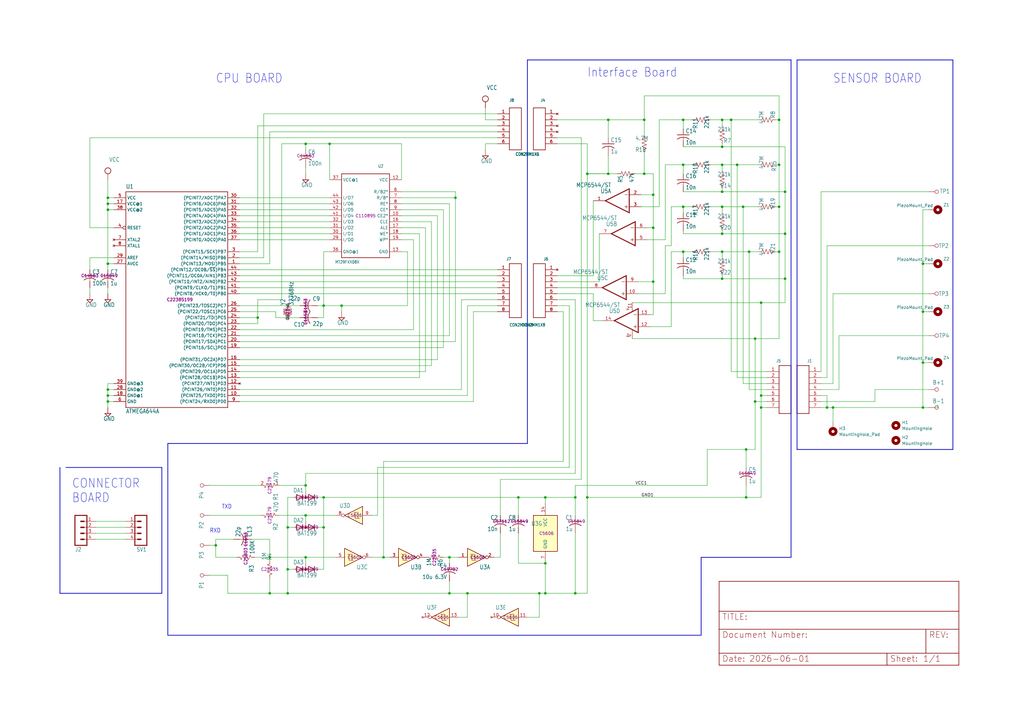
<source format=kicad_sch>
(kicad_sch (version 20250114) (generator "eeschema") (generator_version "9.0")
  (paper "User" 434.01 302.666)
  (lib_symbols
    (symbol "74HC14_1" (pin_names (offset 1.016))
      (property "Reference" "U3" (at 1.27 3.175 0))
      (symbol "74HC14_1_1_0"
        (pin input line (at -7.62 0 0) (length 3.81) (name "~") (number "1"))
        (pin output inverted (at 7.62 0 180) (length 3.81) (name "~") (number "2"))
      )
      (symbol "74HC14_1_2_0"
        (pin input line (at -7.62 0 0) (length 3.81) (name "~") (number "3"))
        (pin output inverted (at 7.62 0 180) (length 3.81) (name "~") (number "4"))
      )
      (symbol "74HC14_1_3_0"
        (pin input line (at -7.62 0 0) (length 3.81) (name "~") (number "5"))
        (pin output inverted (at 7.62 0 180) (length 3.81) (name "~") (number "6"))
      )
      (symbol "74HC14_1_4_0"
        (pin input line (at -7.62 0 0) (length 3.81) (name "~") (number "9"))
        (pin output inverted (at 7.62 0 180) (length 3.81) (name "~") (number "8"))
      )
      (symbol "74HC14_1_5_0"
        (pin input line (at -7.62 0 0) (length 3.81) (name "~") (number "11"))
        (pin no_connect inverted (at 7.62 0 180) (length 3.81) (name "~") (number "10"))
      )
      (symbol "74HC14_1_6_0"
        (pin input line (at -7.62 0 0) (length 3.81) (name "~") (number "13"))
        (pin no_connect inverted (at 7.62 0 180) (length 3.81) (name "~") (number "12"))
      )
      (symbol "74HC14_1_7_0"
        (pin power_in line (at 0 12.7 270) (length 5.08) (name "VCC") (number "14"))
        (pin power_in line (at 0 -12.7 90) (length 5.08) (name "GND") (number "7"))
      )
    )
    (symbol "74HC14_2" (pin_names (offset 1.016))
      (property "Reference" "U3" (at 1.27 3.175 0))
      (symbol "74HC14_2_1_0"
        (pin input line (at -7.62 0 0) (length 3.81) (name "~") (number "1"))
        (pin output inverted (at 7.62 0 180) (length 3.81) (name "~") (number "2"))
      )
      (symbol "74HC14_2_2_0"
        (pin input line (at -7.62 0 0) (length 3.81) (name "~") (number "3"))
        (pin output inverted (at 7.62 0 180) (length 3.81) (name "~") (number "4"))
      )
      (symbol "74HC14_2_3_0"
        (pin input line (at -7.62 0 0) (length 3.81) (name "~") (number "5"))
        (pin output inverted (at 7.62 0 180) (length 3.81) (name "~") (number "6"))
      )
      (symbol "74HC14_2_4_0"
        (pin input line (at -7.62 0 0) (length 3.81) (name "~") (number "9"))
        (pin output inverted (at 7.62 0 180) (length 3.81) (name "~") (number "8"))
      )
      (symbol "74HC14_2_5_0"
        (pin input line (at -7.62 0 0) (length 3.81) (name "~") (number "11"))
        (pin no_connect inverted (at 7.62 0 180) (length 3.81) (name "~") (number "10"))
      )
      (symbol "74HC14_2_6_0"
        (pin input line (at -7.62 0 0) (length 3.81) (name "~") (number "13"))
        (pin no_connect inverted (at 7.62 0 180) (length 3.81) (name "~") (number "12"))
      )
      (symbol "74HC14_2_7_0"
        (pin power_in line (at 0 12.7 270) (length 5.08) (name "VCC") (number "14"))
        (pin power_in line (at 0 -12.7 90) (length 5.08) (name "GND") (number "7"))
      )
    )
    (symbol "74HC14_3" (pin_names (offset 1.016))
      (property "Reference" "U" (at 0 1.27 0))
      (property "Value" "74HC14" (at 0 -1.27 0))
      (symbol "74HC14_3_1_0"
        (pin input line (at -7.62 0 0) (length 3.81) (name "~") (number "1"))
        (pin output inverted (at 7.62 0 180) (length 3.81) (name "~") (number "2"))
      )
      (symbol "74HC14_3_2_0"
        (pin input line (at -7.62 0 0) (length 3.81) (name "~") (number "3"))
        (pin output inverted (at 7.62 0 180) (length 3.81) (name "~") (number "4"))
      )
      (symbol "74HC14_3_3_0"
        (pin input line (at -7.62 0 0) (length 3.81) (name "~") (number "5"))
        (pin output inverted (at 7.62 0 180) (length 3.81) (name "~") (number "6"))
      )
      (symbol "74HC14_3_4_0"
        (pin input line (at -7.62 0 0) (length 3.81) (name "~") (number "9"))
        (pin output inverted (at 7.62 0 180) (length 3.81) (name "~") (number "8"))
      )
      (symbol "74HC14_3_5_0"
        (pin input line (at -7.62 0 0) (length 3.81) (name "~") (number "11"))
        (pin output inverted (at 7.62 0 180) (length 3.81) (name "~") (number "10"))
      )
      (symbol "74HC14_3_6_0"
        (pin input line (at -7.62 0 0) (length 3.81) (name "~") (number "13"))
        (pin output inverted (at 7.62 0 180) (length 3.81) (name "~") (number "12"))
      )
      (symbol "74HC14_3_7_0"
        (pin power_in line (at 0 12.7 270) (length 5.08) (name "VCC") (number "14"))
        (pin power_in line (at 0 -12.7 90) (length 5.08) (name "GND") (number "7"))
      )
    )
    (symbol "74HC14_4" (pin_names (offset 1.016))
      (property "Reference" "U3" (at 1.27 3.175 0))
      (symbol "74HC14_4_1_0"
        (pin input line (at -7.62 0 0) (length 3.81) (name "~") (number "1"))
        (pin output inverted (at 7.62 0 180) (length 3.81) (name "~") (number "2"))
      )
      (symbol "74HC14_4_2_0"
        (pin input line (at -7.62 0 0) (length 3.81) (name "~") (number "3"))
        (pin output inverted (at 7.62 0 180) (length 3.81) (name "~") (number "4"))
      )
      (symbol "74HC14_4_3_0"
        (pin input line (at -7.62 0 0) (length 3.81) (name "~") (number "5"))
        (pin output inverted (at 7.62 0 180) (length 3.81) (name "~") (number "6"))
      )
      (symbol "74HC14_4_4_0"
        (pin input line (at -7.62 0 0) (length 3.81) (name "~") (number "9"))
        (pin output inverted (at 7.62 0 180) (length 3.81) (name "~") (number "8"))
      )
      (symbol "74HC14_4_5_0"
        (pin input line (at -7.62 0 0) (length 3.81) (name "~") (number "11"))
        (pin no_connect inverted (at 7.62 0 180) (length 3.81) (name "~") (number "10"))
      )
      (symbol "74HC14_4_6_0"
        (pin input line (at -7.62 0 0) (length 3.81) (name "~") (number "13"))
        (pin no_connect inverted (at 7.62 0 180) (length 3.81) (name "~") (number "12"))
      )
      (symbol "74HC14_4_7_0"
        (pin power_in line (at 0 12.7 270) (length 5.08) (name "VCC") (number "14"))
        (pin power_in line (at 0 -12.7 90) (length 5.08) (name "GND") (number "7"))
      )
    )
    (symbol "74HC14_5" (pin_names (offset 1.016))
      (property "Reference" "U3" (at 1.27 3.175 0))
      (symbol "74HC14_5_1_0"
        (pin input line (at -7.62 0 0) (length 3.81) (name "~") (number "1"))
        (pin output inverted (at 7.62 0 180) (length 3.81) (name "~") (number "2"))
      )
      (symbol "74HC14_5_2_0"
        (pin input line (at -7.62 0 0) (length 3.81) (name "~") (number "3"))
        (pin output inverted (at 7.62 0 180) (length 3.81) (name "~") (number "4"))
      )
      (symbol "74HC14_5_3_0"
        (pin input line (at -7.62 0 0) (length 3.81) (name "~") (number "5"))
        (pin output inverted (at 7.62 0 180) (length 3.81) (name "~") (number "6"))
      )
      (symbol "74HC14_5_4_0"
        (pin input line (at -7.62 0 0) (length 3.81) (name "~") (number "9"))
        (pin output inverted (at 7.62 0 180) (length 3.81) (name "~") (number "8"))
      )
      (symbol "74HC14_5_5_0"
        (pin input line (at -7.62 0 0) (length 3.81) (name "~") (number "11"))
        (pin no_connect inverted (at 7.62 0 180) (length 3.81) (name "~") (number "10"))
      )
      (symbol "74HC14_5_6_0"
        (pin input line (at -7.62 0 0) (length 3.81) (name "~") (number "13"))
        (pin no_connect inverted (at 7.62 0 180) (length 3.81) (name "~") (number "12"))
      )
      (symbol "74HC14_5_7_0"
        (pin power_in line (at 0 12.7 270) (length 5.08) (name "VCC") (number "14"))
        (pin power_in line (at 0 -12.7 90) (length 5.08) (name "GND") (number "7"))
      )
    )
    (symbol "74HC14_6" (pin_names (offset 1.016))
      (property "Reference" "U3" (at 1.27 3.175 0))
      (symbol "74HC14_6_1_0"
        (pin input line (at -7.62 0 0) (length 3.81) (name "~") (number "1"))
        (pin output inverted (at 7.62 0 180) (length 3.81) (name "~") (number "2"))
      )
      (symbol "74HC14_6_2_0"
        (pin input line (at -7.62 0 0) (length 3.81) (name "~") (number "3"))
        (pin output inverted (at 7.62 0 180) (length 3.81) (name "~") (number "4"))
      )
      (symbol "74HC14_6_3_0"
        (pin input line (at -7.62 0 0) (length 3.81) (name "~") (number "5"))
        (pin output inverted (at 7.62 0 180) (length 3.81) (name "~") (number "6"))
      )
      (symbol "74HC14_6_4_0"
        (pin input line (at -7.62 0 0) (length 3.81) (name "~") (number "9"))
        (pin output inverted (at 7.62 0 180) (length 3.81) (name "~") (number "8"))
      )
      (symbol "74HC14_6_5_0"
        (pin input line (at -7.62 0 0) (length 3.81) (name "~") (number "11"))
        (pin no_connect inverted (at 7.62 0 180) (length 3.81) (name "~") (number "10"))
      )
      (symbol "74HC14_6_6_0"
        (pin input line (at -7.62 0 0) (length 3.81) (name "~") (number "13"))
        (pin no_connect inverted (at 7.62 0 180) (length 3.81) (name "~") (number "12"))
      )
      (symbol "74HC14_6_7_0"
        (pin power_in line (at 0 12.7 270) (length 5.08) (name "VCC") (number "14"))
        (pin power_in line (at 0 -12.7 90) (length 5.08) (name "GND") (number "7"))
      )
    )
    (symbol "74xx:74HC14" (pin_names (offset 1.016))
      (property "Reference" "U3" (at 1.27 3.175 0))
      (symbol "74HC14_1_0"
        (pin input line (at -7.62 0 0) (length 3.81) (name "~") (number "1"))
        (pin output inverted (at 7.62 0 180) (length 3.81) (name "~") (number "2"))
      )
      (symbol "74HC14_2_0"
        (pin input line (at -7.62 0 0) (length 3.81) (name "~") (number "3"))
        (pin output inverted (at 7.62 0 180) (length 3.81) (name "~") (number "4"))
      )
      (symbol "74HC14_3_0"
        (pin input line (at -7.62 0 0) (length 3.81) (name "~") (number "5"))
        (pin output inverted (at 7.62 0 180) (length 3.81) (name "~") (number "6"))
      )
      (symbol "74HC14_4_0"
        (pin input line (at -7.62 0 0) (length 3.81) (name "~") (number "9"))
        (pin output inverted (at 7.62 0 180) (length 3.81) (name "~") (number "8"))
      )
      (symbol "74HC14_5_0"
        (pin input line (at -7.62 0 0) (length 3.81) (name "~") (number "11"))
        (pin no_connect inverted (at 7.62 0 180) (length 3.81) (name "~") (number "10"))
      )
      (symbol "74HC14_6_0"
        (pin input line (at -7.62 0 0) (length 3.81) (name "~") (number "13"))
        (pin no_connect inverted (at 7.62 0 180) (length 3.81) (name "~") (number "12"))
      )
      (symbol "74HC14_7_0"
        (pin power_in line (at 0 12.7 270) (length 5.08) (name "VCC") (number "14"))
        (pin power_in line (at 0 -12.7 90) (length 5.08) (name "GND") (number "7"))
      )
    )
    (symbol "CON2MM1X6_1"
      (property "Reference" "J8" (at -2.54 12.7 0))
      (property "Value" "CON2MM1X6" (at 0 -10.16 0))
      (symbol "CON2MM1X6_1_1_0"
        (pin passive line (at -7.62 7.62 0) (length 5.08) (name "1") (number "1"))
        (pin power_out line (at -7.62 5.08 0) (length 5.08) (name "2") (number "2"))
        (pin passive line (at -7.62 2.54 0) (length 5.08) (name "3") (number "3"))
        (pin passive line (at -7.62 0 0) (length 5.08) (name "4") (number "4"))
        (pin passive line (at -7.62 -2.54 0) (length 5.08) (name "5") (number "5"))
        (pin power_out line (at -7.62 -5.08 0) (length 5.08) (name "6") (number "6"))
      )
    )
    (symbol "CON2MM1X8_1"
      (property "Reference" "J6" (at -1.27 13.97 0))
      (property "Value" "CON2MM1X8" (at 0 -13.97 0))
      (symbol "CON2MM1X8_1_1_0"
        (pin no_connect line (at -5.08 10.16 0) (length 5.08) (name "P$1") (number "1"))
        (pin passive line (at -5.08 7.62 0) (length 5.08) (name "P$2") (number "2"))
        (pin passive line (at -5.08 5.08 0) (length 5.08) (name "P$3") (number "3"))
        (pin passive line (at -5.08 2.54 0) (length 5.08) (name "P$4") (number "4"))
        (pin passive line (at -5.08 0 0) (length 5.08) (name "P$5") (number "5"))
        (pin passive line (at -5.08 -2.54 0) (length 5.08) (name "P$6") (number "6"))
        (pin passive line (at -5.08 -5.08 0) (length 5.08) (name "P$7") (number "7"))
        (pin passive line (at -5.08 -7.62 0) (length 5.08) (name "P$8") (number "8"))
      )
    )
    (symbol "Connector:TestPoint" (pin_numbers (hide yes)) (pin_names (offset 0.762) (hide yes))
      (property "Reference" "TP" (at 0 6.858 0))
      (property "Value" "TestPoint" (at 0 5.08 0))
      (symbol "TestPoint_1_1"
        (pin passive line (at 0 0 90) (length 2.54) (name "1") (number "1"))
      )
    )
    (symbol "Device:R_US" (pin_numbers (hide yes)) (pin_names (offset 0))
      (property "Reference" "R" (at 2.54 0 90))
      (property "Value" "R_US" (at -2.54 0 90))
      (symbol "R_US_1_1"
        (pin passive line (at 0 3.81 270) (length 1.27) (name "~") (number "1"))
        (pin passive line (at 0 -3.81 90) (length 1.27) (name "~") (number "2"))
      )
    )
    (symbol "Mechanical:MountingHole" (pin_names (offset 1.016)) (in_bom no)
      (property "Reference" "H" (at 0 5.08 0))
      (property "Value" "MountingHole" (at 0 3.175 0))
    )
    (symbol "Mechanical:MountingHole_Pad" (pin_numbers (hide yes)) (pin_names (offset 1.016) (hide yes)) (exclude_from_sim yes) (in_bom no)
      (property "Reference" "H" (at 0 6.35 0))
      (property "Value" "MountingHole_Pad" (at 0 4.445 0))
      (symbol "MountingHole_Pad_1_1"
        (pin input line (at 0 -2.54 90) (length 2.54) (name "1") (number "1"))
      )
    )
    (symbol "PC4500-eagle-import:ATMEGA644A"
      (property "Reference" "U1" (at -22.86 46.99 0))
      (property "Value" "ATMEGA644A" (at -22.86 -48.26 0))
      (symbol "ATMEGA644A_1_0"
        (pin power_in line (at -27.94 43.18 0) (length 5.08) (name "VCC") (number "5"))
        (pin power_in line (at -27.94 40.64 0) (length 5.08) (name "VCC@1") (number "17"))
        (pin power_in line (at -27.94 38.1 0) (length 5.08) (name "VCC@2") (number "38"))
        (pin input inverted (at -27.94 30.48 0) (length 5.08) (name "RESET") (number "4"))
        (pin no_connect line (at -27.94 25.4 0) (length 5.08) (name "XTAL2") (number "7"))
        (pin no_connect line (at -27.94 22.86 0) (length 5.08) (name "XTAL1") (number "8"))
        (pin passive line (at -27.94 17.78 0) (length 5.08) (name "AREF") (number "29"))
        (pin power_in line (at -27.94 15.24 0) (length 5.08) (name "AVCC") (number "27"))
        (pin power_in line (at -27.94 -35.56 0) (length 5.08) (name "GND@3") (number "39"))
        (pin power_in line (at -27.94 -38.1 0) (length 5.08) (name "GND@2") (number "28"))
        (pin power_in line (at -27.94 -40.64 0) (length 5.08) (name "GND@1") (number "18"))
        (pin power_in line (at -27.94 -43.18 0) (length 5.08) (name "GND") (number "6"))
        (pin bidirectional line (at 25.4 43.18 180) (length 5.08) (name "(PCINT7/ADC7)PA7") (number "30"))
        (pin bidirectional line (at 25.4 40.64 180) (length 5.08) (name "(PCINT6/ADC6)PA6") (number "31"))
        (pin bidirectional line (at 25.4 38.1 180) (length 5.08) (name "(PCINT5/ADC5)PA5") (number "32"))
        (pin bidirectional line (at 25.4 35.56 180) (length 5.08) (name "(PCINT4/ADC4)PA4") (number "33"))
        (pin bidirectional line (at 25.4 33.02 180) (length 5.08) (name "(PCINT3/ADC3)PA3") (number "34"))
        (pin bidirectional line (at 25.4 30.48 180) (length 5.08) (name "(PCINT2/ADC2)PA2") (number "35"))
        (pin bidirectional line (at 25.4 27.94 180) (length 5.08) (name "(PCINT1/ADC1)PA1") (number "36"))
        (pin bidirectional line (at 25.4 25.4 180) (length 5.08) (name "(PCINT0/ADC0)PA0") (number "37"))
        (pin bidirectional line (at 25.4 20.32 180) (length 5.08) (name "(PCINT15/SCK)PB7") (number "3"))
        (pin bidirectional line (at 25.4 17.78 180) (length 5.08) (name "(PCINT14/MISO)PB6") (number "2"))
        (pin bidirectional line (at 25.4 15.24 180) (length 5.08) (name "(PCINT13/MOSI)PB5") (number "1"))
        (pin bidirectional line (at 25.4 12.7 180) (length 5.08) (name "(PCINT12/OC0B/~{SS})PB4") (number "44"))
        (pin bidirectional line (at 25.4 10.16 180) (length 5.08) (name "(PCINT11/OC0A/AIN1)PB3") (number "43"))
        (pin bidirectional line (at 25.4 7.62 180) (length 5.08) (name "(PCINT10/INT2/AIN0)PB2") (number "42"))
        (pin bidirectional line (at 25.4 5.08 180) (length 5.08) (name "(PCINT9/CLKO/T1)PB1") (number "41"))
        (pin bidirectional line (at 25.4 2.54 180) (length 5.08) (name "(PCINT8/XCK0/T0)PB0") (number "40"))
        (pin bidirectional line (at 25.4 -2.54 180) (length 5.08) (name "(PCINT23/TOSC2)PC7") (number "26"))
        (pin bidirectional line (at 25.4 -5.08 180) (length 5.08) (name "(PCINT22/TOSC1)PC6") (number "25"))
        (pin bidirectional line (at 25.4 -7.62 180) (length 5.08) (name "(PCINT21/TDI)PC5") (number "24"))
        (pin power_out line (at 25.4 -10.16 180) (length 5.08) (name "(PCINT20/TDO)PC4") (number "23"))
        (pin power_out line (at 25.4 -12.7 180) (length 5.08) (name "(PCINT19/TMS)PC3") (number "22"))
        (pin bidirectional line (at 25.4 -15.24 180) (length 5.08) (name "(PCINT18/TCK)PC2") (number "21"))
        (pin bidirectional line (at 25.4 -17.78 180) (length 5.08) (name "(PCINT17/SDA)PC1") (number "20"))
        (pin bidirectional line (at 25.4 -20.32 180) (length 5.08) (name "(PCINT16/SCL)PC0") (number "19"))
        (pin bidirectional line (at 25.4 -25.4 180) (length 5.08) (name "(PCINT31/OC2A)PD7") (number "16"))
        (pin bidirectional line (at 25.4 -27.94 180) (length 5.08) (name "(PCINT30/OC2B/ICP)PD6") (number "15"))
        (pin bidirectional line (at 25.4 -30.48 180) (length 5.08) (name "(PCINT29/OC1A)PD5") (number "14"))
        (pin bidirectional line (at 25.4 -33.02 180) (length 5.08) (name "(PCINT28/OC1B)PD4") (number "13"))
        (pin no_connect line (at 25.4 -35.56 180) (length 5.08) (name "(PCINT27/INT1)PD3") (number "12"))
        (pin bidirectional line (at 25.4 -38.1 180) (length 5.08) (name "(PCINT26/INT0)PD2") (number "11"))
        (pin bidirectional line (at 25.4 -40.64 180) (length 5.08) (name "(PCINT25/TXD0)PD1") (number "10"))
        (pin bidirectional line (at 25.4 -43.18 180) (length 5.08) (name "(PCINT24/RXD0)PD0") (number "9"))
      )
    )
    (symbol "PC4500-eagle-import:C-SMD-US_0603ES"
      (property "Reference" "C" (at 1.016 0.635 0))
      (symbol "C-SMD-US_0603ES_1_0"
        (pin passive line (at 0 2.54 270) (length 2.54) (name "1") (number "1"))
        (pin passive line (at 0 -5.08 90) (length 2.54) (name "2") (number "2"))
      )
    )
    (symbol "PC4500-eagle-import:CON2MM1X6"
      (property "Reference" "J4" (at -2.54 12.7 0))
      (property "Value" "CON2MM1X6" (at 0 -10.16 0))
      (symbol "CON2MM1X6_1_0"
        (pin no_connect line (at -7.62 7.62 0) (length 5.08) (name "1") (number "1"))
        (pin passive line (at -7.62 5.08 0) (length 5.08) (name "2") (number "2"))
        (pin no_connect line (at -7.62 2.54 0) (length 5.08) (name "3") (number "3"))
        (pin no_connect line (at -7.62 0 0) (length 5.08) (name "4") (number "4"))
        (pin passive line (at -7.62 -2.54 0) (length 5.08) (name "5") (number "5"))
        (pin passive line (at -7.62 -5.08 0) (length 5.08) (name "6") (number "6"))
      )
    )
    (symbol "PC4500-eagle-import:CON2MM1X7"
      (property "Reference" "J5" (at -3.81 11.43 0))
      (symbol "CON2MM1X7_1_0"
        (pin passive line (at -7.62 7.62 0) (length 5.08) (name "1") (number "1"))
        (pin passive line (at -7.62 5.08 0) (length 5.08) (name "2") (number "2"))
        (pin passive line (at -7.62 2.54 0) (length 5.08) (name "3") (number "3"))
        (pin passive line (at -7.62 0 0) (length 5.08) (name "4") (number "4"))
        (pin passive line (at -7.62 -2.54 0) (length 5.08) (name "5") (number "5"))
        (pin power_out line (at -7.62 -5.08 0) (length 5.08) (name "6") (number "6"))
        (pin power_out line (at -7.62 -7.62 0) (length 5.08) (name "7") (number "7"))
      )
    )
    (symbol "PC4500-eagle-import:CON2MM1X7FHSMD"
      (property "Reference" "J1" (at -3.81 11.43 0))
      (property "Value" "CON2MM1X7FHSMD" (at -2.54 -13.97 0))
      (symbol "CON2MM1X7FHSMD_1_0"
        (pin passive line (at -7.62 7.62 0) (length 5.08) (name "1") (number "1"))
        (pin passive line (at -7.62 5.08 0) (length 5.08) (name "2") (number "2"))
        (pin passive line (at -7.62 2.54 0) (length 5.08) (name "3") (number "3"))
        (pin passive line (at -7.62 0 0) (length 5.08) (name "4") (number "4"))
        (pin passive line (at -7.62 -2.54 0) (length 5.08) (name "5") (number "5"))
        (pin passive line (at -7.62 -5.08 0) (length 5.08) (name "6") (number "6"))
        (pin passive line (at -7.62 -7.62 0) (length 5.08) (name "7") (number "7"))
      )
    )
    (symbol "PC4500-eagle-import:CON2MM1X8"
      (property "Reference" "J" (at -1.27 13.97 0))
      (symbol "CON2MM1X8_1_0"
        (pin passive line (at -5.08 10.16 0) (length 5.08) (name "P$1") (number "1"))
        (pin passive line (at -5.08 7.62 0) (length 5.08) (name "P$2") (number "2"))
        (pin passive line (at -5.08 5.08 0) (length 5.08) (name "P$3") (number "3"))
        (pin passive line (at -5.08 2.54 0) (length 5.08) (name "P$4") (number "4"))
        (pin passive line (at -5.08 0 0) (length 5.08) (name "P$5") (number "5"))
        (pin passive line (at -5.08 -2.54 0) (length 5.08) (name "P$6") (number "6"))
        (pin passive line (at -5.08 -5.08 0) (length 5.08) (name "P$7") (number "7"))
        (pin passive line (at -5.08 -7.62 0) (length 5.08) (name "P$8") (number "8"))
      )
    )
    (symbol "PC4500-eagle-import:CONXALL4PCBEDGE"
      (property "Reference" "J" (at -3.81 5.842 0))
      (symbol "CONXALL4PCBEDGE_1_0"
        (pin passive line (at 5.08 2.54 180) (length 5.08) (name "4") (number "4"))
        (pin passive line (at 5.08 0 180) (length 5.08) (name "3") (number "3"))
        (pin passive line (at 5.08 -2.54 180) (length 5.08) (name "2") (number "2"))
        (pin passive line (at 5.08 -5.08 180) (length 5.08) (name "1") (number "1"))
      )
    )
    (symbol "PC4500-eagle-import:DINA3_L"
      (symbol "DINA3_L_2_0"
        (text "TITLE:" (at 1.27 19.05 0) (effects (font (size 2.54 2.54)) (justify left bottom)))
        (text "Document Number:" (at 1.27 11.43 0) (effects (font (size 2.54 2.54)) (justify left bottom)))
        (text "Date:" (at 1.27 1.27 0) (effects (font (size 2.54 2.54)) (justify left bottom)))
        (text "${CURRENT_DATE}" (at 12.7 1.27 0) (effects (font (size 2.54 2.54)) (justify left bottom)))
        (text "${PROJECTNAME}" (at 17.78 19.05 0) (effects (font (size 2.54 2.54)) (justify left bottom)))
        (text "Sheet:" (at 72.39 1.27 0) (effects (font (size 2.54 2.54)) (justify left bottom)))
        (text "${#}/${##}" (at 86.36 1.27 0) (effects (font (size 2.54 2.54)) (justify left bottom)))
        (text "REV:" (at 88.9 11.43 0) (effects (font (size 2.54 2.54)) (justify left bottom)))
      )
    )
    (symbol "PC4500-eagle-import:DIODE_2CACA-SOT23"
      (property "Reference" "D" (at 0.762 2.0066 0))
      (symbol "DIODE_2CACA-SOT23_1_0"
        (pin passive line (at -5.08 0 0) (length 2.54) (name "C") (number "2"))
        (pin passive line (at 0 2.54 270) (length 2.54) (name "AC") (number "3"))
        (pin passive line (at 5.08 0 180) (length 2.54) (name "A") (number "1"))
      )
    )
    (symbol "PC4500-eagle-import:GND" (power)
      (symbol "GND_1_0"
        (pin power_in line (at 0 2.54 270) (length 2.54) (name "GND") (number "1"))
      )
    )
    (symbol "PC4500-eagle-import:MA04-1"
      (property "Reference" "SV" (at -1.27 5.842 0))
      (symbol "MA04-1_1_0"
        (pin passive line (at 7.62 2.54 180) (length 5.08) (name "4") (number "4"))
        (pin passive line (at 7.62 0 180) (length 5.08) (name "3") (number "3"))
        (pin passive line (at 7.62 -2.54 180) (length 5.08) (name "2") (number "2"))
        (pin passive line (at 7.62 -5.08 180) (length 5.08) (name "1") (number "1"))
      )
    )
    (symbol "PC4500-eagle-import:MCP6544/ST"
      (property "Reference" "U" (at 2.54 -5.08 0))
      (symbol "MCP6544/ST_1_0"
        (pin input line (at -7.62 2.54 0) (length 5.08) (name "+IN") (number "3"))
        (pin input line (at -7.62 -2.54 0) (length 5.08) (name "-IN") (number "2"))
        (pin output line (at 12.7 0 180) (length 5.08) (name "OUT") (number "1"))
      )
      (symbol "MCP6544/ST_2_0"
        (pin input line (at -7.62 2.54 0) (length 5.08) (name "+IN") (number "5"))
        (pin input line (at -7.62 -2.54 0) (length 5.08) (name "-IN") (number "6"))
        (pin output line (at 12.7 0 180) (length 5.08) (name "OUT") (number "7"))
      )
      (symbol "MCP6544/ST_3_0"
        (pin input line (at -7.62 2.54 0) (length 5.08) (name "+IN") (number "10"))
        (pin input line (at -7.62 -2.54 0) (length 5.08) (name "-IN") (number "9"))
        (pin output line (at 12.7 0 180) (length 5.08) (name "OUT") (number "8"))
      )
      (symbol "MCP6544/ST_4_0"
        (text "V+" (at -1.27 5.08 900) (effects (font (size 1.016 0.8636)) (justify left bottom)))
        (text "V-" (at -1.27 -6.35 900) (effects (font (size 1.016 0.8636)) (justify left bottom)))
        (pin input line (at -10.16 2.54 0) (length 5.08) (name "+IN") (number "12"))
        (pin input line (at -10.16 -2.54 0) (length 5.08) (name "-IN") (number "13"))
        (pin power_in line (at -2.54 7.62 270) (length 2.54) (name "V+") (number "4"))
        (pin power_in line (at -2.54 -7.62 90) (length 2.54) (name "V-") (number "11"))
        (pin output line (at 10.16 0 180) (length 5.08) (name "OUT") (number "14"))
      )
    )
    (symbol "PC4500-eagle-import:MT29FXX08X"
      (property "Reference" "U" (at -7.62 20.32 0))
      (symbol "MT29FXX08X_1_0"
        (pin power_in line (at -15.24 15.24 0) (length 5.08) (name "VCC") (number "12"))
        (pin bidirectional line (at -15.24 10.16 0) (length 5.08) (name "R/B2*") (number "6"))
        (pin bidirectional line (at -15.24 7.62 0) (length 5.08) (name "R/B*") (number "7"))
        (pin input line (at -15.24 5.08 0) (length 5.08) (name "RE*") (number "8"))
        (pin input line (at -15.24 2.54 0) (length 5.08) (name "CE*") (number "9"))
        (pin input line (at -15.24 0 0) (length 5.08) (name "CE2*") (number "10"))
        (pin input line (at -15.24 -2.54 0) (length 5.08) (name "CLE") (number "16"))
        (pin input line (at -15.24 -5.08 0) (length 5.08) (name "ALE") (number "17"))
        (pin input line (at -15.24 -7.62 0) (length 5.08) (name "WE*") (number "18"))
        (pin input line (at -15.24 -10.16 0) (length 5.08) (name "WP*") (number "19"))
        (pin power_in line (at -15.24 -15.24 0) (length 5.08) (name "GND") (number "13"))
        (pin power_in line (at 15.24 15.24 180) (length 5.08) (name "VCC@1") (number "37"))
        (pin bidirectional line (at 15.24 7.62 180) (length 5.08) (name "I/O7") (number "44"))
        (pin bidirectional line (at 15.24 5.08 180) (length 5.08) (name "I/O6") (number "43"))
        (pin bidirectional line (at 15.24 2.54 180) (length 5.08) (name "I/O5") (number "42"))
        (pin bidirectional line (at 15.24 0 180) (length 5.08) (name "I/O4") (number "41"))
        (pin bidirectional line (at 15.24 -2.54 180) (length 5.08) (name "I/O3") (number "32"))
        (pin bidirectional line (at 15.24 -5.08 180) (length 5.08) (name "I/O2") (number "31"))
        (pin bidirectional line (at 15.24 -7.62 180) (length 5.08) (name "I/O1") (number "30"))
        (pin bidirectional line (at 15.24 -10.16 180) (length 5.08) (name "I/O0") (number "29"))
        (pin power_in line (at 15.24 -15.24 180) (length 5.08) (name "GND@1") (number "36"))
      )
    )
    (symbol "PC4500-eagle-import:VCC" (power)
      (symbol "VCC_1_0"
        (pin power_in line (at 0 -2.54 90) (length 2.54) (name "VCC") (number "1"))
      )
    )
    (symbol "PC4500-eagle-import:Y-SMD_4918S"
      (property "Reference" "Y2" (at 2.54 1.016 0))
      (property "Value" "32768Hz" (at 2.54 -2.54 0))
      (symbol "Y-SMD_4918S_1_0"
        (text "1" (at -2.159 -1.143 0) (effects (font (size 0.8636 0.734)) (justify left bottom)))
        (text "2" (at 1.524 -1.143 0) (effects (font (size 0.8636 0.734)) (justify left bottom)))
        (pin passive line (at -2.54 0 0) (length 0) (name "1") (number "1"))
        (pin passive line (at 2.54 0 180) (length 0) (name "2") (number "2"))
      )
    )
    (symbol "R_US_1" (pin_names (offset 0))
      (property "Reference" "R" (at 2.54 0 90))
      (property "Value" "R_US" (at -2.54 0 90))
      (symbol "R_US_1_1_1"
        (pin passive line (at 0 3.81 270) (length 1.27) (name "~") (number "1"))
        (pin passive line (at 0 -3.81 90) (length 1.27) (name "~") (number "2"))
      )
    )
  )
  (text "Interface Board" (at 248.92 33.02 0) (effects (font (size 3.81 3.2385)) (justify left bottom)))
  (text "TXD" (at 93.98 215.9 0) (effects (font (size 1.778 1.5113)) (justify left bottom)))
  (text "CPU BOARD" (at 91.44 35.56 0) (effects (font (size 3.81 3.2385)) (justify left bottom)))
  (text "CONNECTOR\nBOARD" (at 30.48 213.36 0) (effects (font (size 3.81 3.2385)) (justify left bottom)))
  (text "RXD" (at 88.9 226.06 0) (effects (font (size 1.778 1.5113)) (justify left bottom)))
  (text "SENSOR BOARD" (at 353.06 35.56 0) (effects (font (size 3.81 3.2385)) (justify left bottom)))
  (junction (at 228.6 251.46))
  (junction (at 45.72 86.36))
  (junction (at 322.58 128.27))
  (junction (at 332.74 99.06))
  (junction (at 45.72 88.9))
  (junction (at 137.16 129.54))
  (junction (at 45.72 83.82))
  (junction (at 243.84 251.46))
  (junction (at 289.56 106.68))
  (junction (at 114.3 236.22))
  (junction (at 231.14 238.76))
  (junction (at 129.54 205.74))
  (junction (at 289.56 69.85))
  (junction (at 248.92 73.66))
  (junction (at 322.58 172.72))
  (junction (at 231.14 210.82))
  (junction (at 276.86 96.52))
  (junction (at 45.72 111.76))
  (junction (at 121.92 223.52))
  (junction (at 91.44 231.14))
  (junction (at 257.81 73.66))
  (junction (at 276.86 119.38))
  (junction (at 190.5 236.22))
  (junction (at 129.54 60.96))
  (junction (at 45.72 170.18))
  (junction (at 219.71 210.82))
  (junction (at 350.52 172.72))
  (junction (at 306.07 81.28))
  (junction (at 137.16 223.52))
  (junction (at 129.54 218.44))
  (junction (at 198.12 251.46))
  (junction (at 322.58 167.64))
  (junction (at 306.07 87.63))
  (junction (at 45.72 165.1))
  (junction (at 273.05 50.8))
  (junction (at 312.42 69.85))
  (junction (at 114.3 251.46))
  (junction (at 330.2 87.63))
  (junction (at 309.88 50.8))
  (junction (at 289.56 87.63))
  (junction (at 231.14 251.46))
  (junction (at 314.96 87.63))
  (junction (at 316.23 190.5))
  (junction (at 257.81 50.8))
  (junction (at 162.56 236.22))
  (junction (at 144.78 129.54))
  (junction (at 353.06 172.72))
  (junction (at 45.72 167.64))
  (junction (at 391.16 172.72))
  (junction (at 332.74 81.28))
  (junction (at 121.92 241.3))
  (junction (at 243.84 210.82))
  (junction (at 190.5 251.46))
  (junction (at 137.16 210.82))
  (junction (at 332.74 118.11))
  (junction (at 306.07 99.06))
  (junction (at 193.04 83.82))
  (junction (at 121.92 251.46))
  (junction (at 306.07 69.85))
  (junction (at 306.07 106.68))
  (junction (at 391.16 153.67))
  (junction (at 306.07 118.11))
  (junction (at 276.86 82.55))
  (junction (at 391.16 132.08))
  (junction (at 289.56 50.8))
  (junction (at 320.04 143.51))
  (junction (at 330.2 106.68))
  (junction (at 273.05 73.66))
  (junction (at 129.54 236.22))
  (junction (at 121.92 134.62))
  (junction (at 317.5 106.68))
  (junction (at 306.07 62.23))
  (junction (at 316.23 210.82))
  (junction (at 320.04 170.18))
  (junction (at 248.92 210.82))
  (junction (at 109.22 134.62))
  (junction (at 330.2 50.8))
  (junction (at 306.07 50.8))
  (junction (at 121.92 129.54))
  (junction (at 139.7 60.96))
  (junction (at 391.16 111.76))
  (junction (at 330.2 69.85))
  (wire (pts (xy 284.48 104.14) (xy 281.94 104.14)))
  (wire (pts (xy 101.6 116.84) (xy 210.82 116.84)) (stroke (width 0.1524)))
  (wire (pts (xy 114.3 245.11) (xy 114.3 251.46)) (stroke (width 0.1524)))
  (wire (pts (xy 101.6 134.62) (xy 109.22 134.62)) (stroke (width 0.1524)))
  (wire (pts (xy 170.18 81.28) (xy 193.04 81.28)) (stroke (width 0.1524)))
  (wire (pts (xy 306.07 118.11) (xy 332.74 118.11)))
  (polyline (pts (xy 337.82 190.5) (xy 403.86 190.5)) (stroke (width 0.3048) (type solid)))
  (wire (pts (xy 271.78 82.55) (xy 276.86 82.55)) (stroke (width 0.1524)))
  (wire (pts (xy 231.14 210.82) (xy 243.84 210.82)) (stroke (width 0.1524)))
  (wire (pts (xy 248.92 73.66) (xy 248.92 60.96)) (stroke (width 0.1524)))
  (wire (pts (xy 144.78 129.54) (xy 137.16 129.54)) (stroke (width 0.1524)))
  (wire (pts (xy 139.7 106.68) (xy 137.16 106.68)) (stroke (width 0.1524)))
  (wire (pts (xy 45.72 86.36) (xy 45.72 83.82)) (stroke (width 0.1524)))
  (wire (pts (xy 175.26 139.7) (xy 101.6 139.7)) (stroke (width 0.1524)))
  (wire (pts (xy 109.22 127) (xy 119.38 127)) (stroke (width 0.1524)))
  (wire (pts (xy 48.26 162.56) (xy 45.72 162.56)) (stroke (width 0.1524)))
  (wire (pts (xy 316.23 210.82) (xy 316.23 205.74)) (stroke (width 0.1524)))
  (wire (pts (xy 198.12 251.46) (xy 228.6 251.46)) (stroke (width 0.1524)))
  (wire (pts (xy 99.06 228.6) (xy 91.44 228.6)) (stroke (width 0.1524)))
  (wire (pts (xy 137.16 129.54) (xy 134.62 129.54)) (stroke (width 0.1524)))
  (wire (pts (xy 236.22 124.46) (xy 251.46 124.46)) (stroke (width 0.1524)))
  (wire (pts (xy 332.74 81.28) (xy 332.74 62.23)) (stroke (width 0.1524)))
  (wire (pts (xy 306.07 69.85) (xy 312.42 69.85)))
  (wire (pts (xy 48.26 111.76) (xy 45.72 111.76)) (stroke (width 0.1524)))
  (wire (pts (xy 231.14 238.76) (xy 231.14 251.46)) (stroke (width 0.1524)))
  (wire (pts (xy 316.23 190.5) (xy 316.23 198.12)) (stroke (width 0.1524)))
  (wire (pts (xy 118.11 205.74) (xy 119.38 205.74)))
  (wire (pts (xy 353.06 124.46) (xy 393.7 124.46)) (stroke (width 0.1524)))
  (wire (pts (xy 114.3 111.76) (xy 101.6 111.76)) (stroke (width 0.1524)))
  (wire (pts (xy 194.31 261.62) (xy 198.12 261.62)))
  (wire (pts (xy 38.1 96.52) (xy 38.1 58.42)) (stroke (width 0.1524)))
  (wire (pts (xy 289.56 69.85) (xy 289.56 73.66)))
  (wire (pts (xy 328.93 106.68) (xy 330.2 106.68)))
  (wire (pts (xy 370.84 170.18) (xy 370.84 165.1)) (stroke (width 0.1524)))
  (wire (pts (xy 91.44 236.22) (xy 91.44 231.14)) (stroke (width 0.1524)))
  (wire (pts (xy 273.05 64.77) (xy 273.05 66.04)))
  (wire (pts (xy 129.54 60.96) (xy 139.7 60.96)) (stroke (width 0.1524)))
  (wire (pts (xy 231.14 251.46) (xy 243.84 251.46)) (stroke (width 0.1524)))
  (wire (pts (xy 289.56 106.68) (xy 284.48 106.68)))
  (wire (pts (xy 157.48 218.44) (xy 160.02 218.44)))
  (wire (pts (xy 45.72 88.9) (xy 45.72 86.36)) (stroke (width 0.1524)))
  (wire (pts (xy 236.22 121.92) (xy 250.19 121.92)) (stroke (width 0.1524)))
  (wire (pts (xy 177.8 99.06) (xy 177.8 160.02)) (stroke (width 0.1524)))
  (wire (pts (xy 96.52 243.84) (xy 96.52 251.46)) (stroke (width 0.1524)))
  (wire (pts (xy 114.3 236.22) (xy 114.3 237.49)))
  (wire (pts (xy 162.56 236.22) (xy 165.1 236.22)) (stroke (width 0.1524)))
  (wire (pts (xy 101.6 152.4) (xy 185.42 152.4)) (stroke (width 0.1524)))
  (wire (pts (xy 238.76 132.08) (xy 238.76 195.58)) (stroke (width 0.1524)))
  (wire (pts (xy 45.72 165.1) (xy 45.72 167.64)) (stroke (width 0.1524)))
  (wire (pts (xy 273.05 40.64) (xy 330.2 40.64)) (stroke (width 0.1524)))
  (wire (pts (xy 101.6 142.24) (xy 190.5 142.24)) (stroke (width 0.1524)))
  (wire (pts (xy 193.04 83.82) (xy 170.18 83.82)) (stroke (width 0.1524)))
  (wire (pts (xy 210.82 50.8) (xy 205.74 50.8)) (stroke (width 0.1524)))
  (wire (pts (xy 238.76 195.58) (xy 162.56 195.58)) (stroke (width 0.1524)))
  (wire (pts (xy 190.5 251.46) (xy 198.12 251.46)) (stroke (width 0.1524)))
  (wire (pts (xy 137.16 106.68) (xy 137.16 129.54)) (stroke (width 0.1524)))
  (wire (pts (xy 121.92 134.62) (xy 116.84 134.62)) (stroke (width 0.1524)))
  (wire (pts (xy 172.72 129.54) (xy 172.72 106.68)) (stroke (width 0.1524)))
  (wire (pts (xy 320.04 143.51) (xy 320.04 170.18)) (stroke (width 0.1524)))
  (wire (pts (xy 306.07 106.68) (xy 306.07 109.22)))
  (wire (pts (xy 96.52 251.46) (xy 114.3 251.46)) (stroke (width 0.1524)))
  (wire (pts (xy 306.07 99.06) (xy 332.74 99.06)))
  (polyline (pts (xy 223.52 187.96) (xy 223.52 25.4)) (stroke (width 0.3048) (type solid)))
  (wire (pts (xy 228.6 261.62) (xy 228.6 251.46)) (stroke (width 0.1524)))
  (wire (pts (xy 129.54 73.66) (xy 129.54 71.12)) (stroke (width 0.1524)))
  (wire (pts (xy 391.16 132.08) (xy 393.7 132.08)) (stroke (width 0.1524)))
  (wire (pts (xy 124.46 223.52) (xy 121.92 223.52)) (stroke (width 0.1524)))
  (wire (pts (xy 185.42 152.4) (xy 185.42 91.44)) (stroke (width 0.1524)))
  (wire (pts (xy 185.42 91.44) (xy 170.18 91.44)) (stroke (width 0.1524)))
  (wire (pts (xy 347.98 162.56) (xy 353.06 162.56)) (stroke (width 0.1524)))
  (wire (pts (xy 257.81 73.66) (xy 257.81 66.04)) (stroke (width 0.1524)))
  (wire (pts (xy 322.58 128.27) (xy 332.74 128.27)) (stroke (width 0.1524)))
  (wire (pts (xy 187.96 236.22) (xy 190.5 236.22)))
  (wire (pts (xy 219.71 218.44) (xy 219.71 210.82)) (stroke (width 0.1524)))
  (wire (pts (xy 306.07 116.84) (xy 306.07 118.11)))
  (wire (pts (xy 289.56 106.68) (xy 293.37 106.68)))
  (polyline (pts (xy 25.4 251.46) (xy 68.58 251.46)) (stroke (width 0.3048) (type solid)))
  (wire (pts (xy 101.6 167.64) (xy 198.12 167.64)) (stroke (width 0.1524)))
  (wire (pts (xy 48.26 88.9) (xy 45.72 88.9)) (stroke (width 0.1524)))
  (wire (pts (xy 101.6 119.38) (xy 210.82 119.38)) (stroke (width 0.1524)))
  (wire (pts (xy 289.56 69.85) (xy 293.37 69.85)))
  (wire (pts (xy 273.05 66.04) (xy 273.05 73.66)) (stroke (width 0.1524)))
  (wire (pts (xy 281.94 69.85) (xy 281.94 101.6)))
  (wire (pts (xy 139.7 60.96) (xy 139.7 76.2)) (stroke (width 0.1524)))
  (wire (pts (xy 391.16 88.9) (xy 393.7 88.9)) (stroke (width 0.1524)))
  (wire (pts (xy 109.22 137.16) (xy 109.22 134.62)) (stroke (width 0.1524)))
  (polyline (pts (xy 403.86 190.5) (xy 403.86 25.4)) (stroke (width 0.3048) (type solid)))
  (wire (pts (xy 350.52 172.72) (xy 347.98 172.72)) (stroke (width 0.1524)))
  (wire (pts (xy 332.74 99.06) (xy 332.74 81.28)) (stroke (width 0.1524)))
  (wire (pts (xy 212.09 218.44) (xy 212.09 203.2)) (stroke (width 0.1524)))
  (wire (pts (xy 241.3 198.12) (xy 160.02 198.12)) (stroke (width 0.1524)))
  (wire (pts (xy 271.78 87.63) (xy 279.4 87.63)) (stroke (width 0.1524)))
  (wire (pts (xy 175.26 101.6) (xy 175.26 139.7)) (stroke (width 0.1524)))
  (wire (pts (xy 350.52 167.64) (xy 350.52 172.72)) (stroke (width 0.1524)))
  (wire (pts (xy 124.46 210.82) (xy 121.92 210.82)) (stroke (width 0.1524)))
  (wire (pts (xy 347.98 170.18) (xy 370.84 170.18)) (stroke (width 0.1524)))
  (wire (pts (xy 45.72 124.46) (xy 45.72 121.92)) (stroke (width 0.1524)))
  (wire (pts (xy 139.7 93.98) (xy 101.6 93.98)) (stroke (width 0.1524)))
  (wire (pts (xy 48.26 96.52) (xy 38.1 96.52)) (stroke (width 0.1524)))
  (wire (pts (xy 134.62 223.52) (xy 137.16 223.52)) (stroke (width 0.1524)))
  (wire (pts (xy 40.64 220.98) (xy 53.34 220.98)) (stroke (width 0.1524)))
  (wire (pts (xy 219.71 226.06) (xy 219.71 238.76)) (stroke (width 0.1524)))
  (wire (pts (xy 289.56 50.8) (xy 289.56 54.61)) (stroke (width 0.1524)))
  (wire (pts (xy 38.1 124.46) (xy 38.1 121.92)) (stroke (width 0.1524)))
  (wire (pts (xy 144.78 129.54) (xy 172.72 129.54)) (stroke (width 0.1524)))
  (wire (pts (xy 101.6 170.18) (xy 200.66 170.18)) (stroke (width 0.1524)))
  (wire (pts (xy 45.72 167.64) (xy 45.72 170.18)) (stroke (width 0.1524)))
  (wire (pts (xy 317.5 106.68) (xy 321.31 106.68)))
  (wire (pts (xy 195.58 165.1) (xy 195.58 127)) (stroke (width 0.1524)))
  (wire (pts (xy 350.52 172.72) (xy 353.06 172.72)) (stroke (width 0.1524)))
  (wire (pts (xy 241.3 129.54) (xy 241.3 198.12)) (stroke (width 0.1524)))
  (wire (pts (xy 306.07 60.96) (xy 306.07 62.23)))
  (wire (pts (xy 109.22 218.44) (xy 110.49 218.44)))
  (wire (pts (xy 40.64 223.52) (xy 53.34 223.52)) (stroke (width 0.1524)))
  (wire (pts (xy 248.92 73.66) (xy 248.92 210.82)) (stroke (width 0.1524)))
  (polyline (pts (xy 335.28 236.22) (xy 297.18 236.22)) (stroke (width 0.3048) (type solid)))
  (wire (pts (xy 170.18 93.98) (xy 182.88 93.98)) (stroke (width 0.1524)))
  (wire (pts (xy 314.96 87.63) (xy 321.31 87.63)))
  (wire (pts (xy 320.04 170.18) (xy 320.04 190.5)) (stroke (width 0.1524)))
  (wire (pts (xy 121.92 210.82) (xy 121.92 223.52)) (stroke (width 0.1524)))
  (wire (pts (xy 210.82 60.96) (xy 205.74 60.96)) (stroke (width 0.1524)))
  (wire (pts (xy 257.81 58.42) (xy 257.81 50.8)) (stroke (width 0.1524)))
  (wire (pts (xy 243.84 210.82) (xy 243.84 218.44)) (stroke (width 0.1524)))
  (wire (pts (xy 330.2 69.85) (xy 330.2 87.63)) (stroke (width 0.1524)))
  (wire (pts (xy 347.98 157.48) (xy 347.98 81.28)) (stroke (width 0.1524)))
  (wire (pts (xy 121.92 129.54) (xy 101.6 129.54)) (stroke (width 0.1524)))
  (wire (pts (xy 353.06 172.72) (xy 391.16 172.72)) (stroke (width 0.1524)))
  (wire (pts (xy 111.76 48.26) (xy 210.82 48.26)) (stroke (width 0.1524)))
  (wire (pts (xy 101.6 165.1) (xy 195.58 165.1)) (stroke (width 0.1524)))
  (wire (pts (xy 325.12 167.64) (xy 322.58 167.64)) (stroke (width 0.1524)))
  (wire (pts (xy 137.16 223.52) (xy 137.16 210.82)) (stroke (width 0.1524)))
  (wire (pts (xy 306.07 87.63) (xy 306.07 90.17)))
  (wire (pts (xy 170.18 88.9) (xy 187.96 88.9)) (stroke (width 0.1524)))
  (wire (pts (xy 109.22 134.62) (xy 109.22 127)) (stroke (width 0.1524)))
  (wire (pts (xy 330.2 87.63) (xy 330.2 106.68)) (stroke (width 0.1524)))
  (wire (pts (xy 243.84 200.66) (xy 129.54 200.66)) (stroke (width 0.1524)))
  (wire (pts (xy 314.96 87.63) (xy 314.96 162.56)))
  (wire (pts (xy 212.09 203.2) (xy 246.38 203.2)) (stroke (width 0.1524)))
  (wire (pts (xy 48.26 86.36) (xy 45.72 86.36)) (stroke (width 0.1524)))
  (wire (pts (xy 210.82 58.42) (xy 38.1 58.42)) (stroke (width 0.1524)))
  (wire (pts (xy 353.06 172.72) (xy 353.06 179.07)))
  (wire (pts (xy 101.6 114.3) (xy 210.82 114.3)) (stroke (width 0.1524)))
  (wire (pts (xy 309.88 157.48) (xy 325.12 157.48)) (stroke (width 0.1524)))
  (wire (pts (xy 219.71 210.82) (xy 231.14 210.82)) (stroke (width 0.1524)))
  (wire (pts (xy 45.72 172.72) (xy 45.72 170.18)) (stroke (width 0.1524)))
  (wire (pts (xy 257.81 50.8) (xy 273.05 50.8)) (stroke (width 0.1524)))
  (wire (pts (xy 347.98 167.64) (xy 350.52 167.64)) (stroke (width 0.1524)))
  (wire (pts (xy 99.06 236.22) (xy 91.44 236.22)) (stroke (width 0.1524)))
  (wire (pts (xy 355.6 142.24) (xy 393.7 142.24)) (stroke (width 0.1524)))
  (polyline (pts (xy 297.18 269.24) (xy 71.12 269.24)) (stroke (width 0.3048) (type solid)))
  (wire (pts (xy 190.5 251.46) (xy 121.92 251.46)) (stroke (width 0.1524)))
  (wire (pts (xy 251.46 116.84) (xy 251.46 85.09)) (stroke (width 0.1524)))
  (wire (pts (xy 190.5 246.38) (xy 190.5 251.46)) (stroke (width 0.1524)))
  (wire (pts (xy 45.72 167.64) (xy 48.26 167.64)) (stroke (width 0.1524)))
  (wire (pts (xy 370.84 165.1) (xy 393.7 165.1)) (stroke (width 0.1524)))
  (wire (pts (xy 322.58 172.72) (xy 325.12 172.72)) (stroke (width 0.1524)))
  (wire (pts (xy 274.32 96.52) (xy 276.86 96.52)))
  (wire (pts (xy 101.6 147.32) (xy 187.96 147.32)) (stroke (width 0.1524)))
  (wire (pts (xy 300.99 50.8) (xy 302.26 50.8)))
  (wire (pts (xy 96.52 243.84) (xy 88.9 243.84)) (stroke (width 0.1524)))
  (wire (pts (xy 162.56 195.58) (xy 162.56 236.22)) (stroke (width 0.1524)))
  (wire (pts (xy 114.3 55.88) (xy 114.3 111.76)) (stroke (width 0.1524)))
  (wire (pts (xy 106.68 228.6) (xy 114.3 228.6)) (stroke (width 0.1524)))
  (wire (pts (xy 139.7 96.52) (xy 101.6 96.52)) (stroke (width 0.1524)))
  (wire (pts (xy 170.18 76.2) (xy 170.18 60.96)) (stroke (width 0.1524)))
  (wire (pts (xy 322.58 128.27) (xy 322.58 167.64)) (stroke (width 0.1524)))
  (wire (pts (xy 139.7 86.36) (xy 101.6 86.36)) (stroke (width 0.1524)))
  (wire (pts (xy 139.7 101.6) (xy 101.6 101.6)) (stroke (width 0.1524)))
  (wire (pts (xy 172.72 106.68) (xy 170.18 106.68)) (stroke (width 0.1524)))
  (wire (pts (xy 284.48 87.63) (xy 284.48 104.14)))
  (wire (pts (xy 190.5 238.76) (xy 190.5 236.22)) (stroke (width 0.1524)))
  (wire (pts (xy 116.84 132.08) (xy 101.6 132.08)) (stroke (width 0.1524)))
  (wire (pts (xy 48.26 170.18) (xy 45.72 170.18)) (stroke (width 0.1524)))
  (wire (pts (xy 236.22 119.38) (xy 254 119.38)) (stroke (width 0.1524)))
  (wire (pts (xy 302.26 50.8) (xy 306.07 50.8)) (stroke (width 0.1524)))
  (wire (pts (xy 119.38 127) (xy 119.38 60.96)) (stroke (width 0.1524)))
  (wire (pts (xy 129.54 238.76) (xy 129.54 236.22)) (stroke (width 0.1524)))
  (wire (pts (xy 236.22 132.08) (xy 238.76 132.08)) (stroke (width 0.1524)))
  (wire (pts (xy 40.64 226.06) (xy 53.34 226.06)) (stroke (width 0.1524)))
  (wire (pts (xy 248.92 251.46) (xy 248.92 210.82)) (stroke (width 0.1524)))
  (wire (pts (xy 236.22 50.8) (xy 257.81 50.8)) (stroke (width 0.1524)))
  (wire (pts (xy 276.86 82.55) (xy 276.86 73.66)) (stroke (width 0.1524)))
  (wire (pts (xy 119.38 205.74) (xy 129.54 205.74)) (stroke (width 0.1524)))
  (wire (pts (xy 121.92 223.52) (xy 121.92 241.3)) (stroke (width 0.1524)))
  (wire (pts (xy 101.6 157.48) (xy 180.34 157.48)) (stroke (width 0.1524)))
  (wire (pts (xy 317.5 165.1) (xy 325.12 165.1)) (stroke (width 0.1524)))
  (wire (pts (xy 328.93 69.85) (xy 330.2 69.85)))
  (wire (pts (xy 129.54 63.5) (xy 129.54 60.96)) (stroke (width 0.1524)))
  (wire (pts (xy 289.56 106.68) (xy 289.56 109.22)))
  (wire (pts (xy 193.04 81.28) (xy 193.04 83.82)) (stroke (width 0.1524)))
  (wire (pts (xy 210.82 55.88) (xy 114.3 55.88)) (stroke (width 0.1524)))
  (wire (pts (xy 306.07 97.79) (xy 306.07 99.06)))
  (wire (pts (xy 269.24 73.66) (xy 273.05 73.66)) (stroke (width 0.1524)))
  (wire (pts (xy 144.78 129.54) (xy 144.78 132.08)) (stroke (width 0.1524)))
  (wire (pts (xy 300.99 106.68) (xy 306.07 106.68)))
  (wire (pts (xy 101.6 109.22) (xy 111.76 109.22)) (stroke (width 0.1524)))
  (wire (pts (xy 396.24 172.72) (xy 397.51 172.72)))
  (wire (pts (xy 248.92 73.66) (xy 257.81 73.66)))
  (wire (pts (xy 276.86 96.52) (xy 276.86 119.38)))
  (wire (pts (xy 101.6 124.46) (xy 210.82 124.46)) (stroke (width 0.1524)))
  (wire (pts (xy 299.72 190.5) (xy 316.23 190.5)) (stroke (width 0.1524)))
  (wire (pts (xy 228.6 251.46) (xy 231.14 251.46)) (stroke (width 0.1524)))
  (wire (pts (xy 355.6 165.1) (xy 355.6 142.24)) (stroke (width 0.1524)))
  (wire (pts (xy 91.44 228.6) (xy 91.44 231.14)) (stroke (width 0.1524)))
  (wire (pts (xy 170.18 96.52) (xy 180.34 96.52)) (stroke (width 0.1524)))
  (wire (pts (xy 289.56 87.63) (xy 284.48 87.63)))
  (wire (pts (xy 347.98 165.1) (xy 355.6 165.1)) (stroke (width 0.1524)))
  (polyline (pts (xy 335.28 25.4) (xy 335.28 236.22)) (stroke (width 0.3048) (type solid)))
  (wire (pts (xy 109.22 218.44) (xy 88.9 218.44)) (stroke (width 0.1524)))
  (wire (pts (xy 284.48 106.68) (xy 284.48 138.43)))
  (wire (pts (xy 129.54 208.28) (xy 129.54 205.74)) (stroke (width 0.1524)))
  (wire (pts (xy 306.07 50.8) (xy 306.07 53.34)))
  (wire (pts (xy 289.56 87.63) (xy 289.56 90.17)))
  (wire (pts (xy 289.56 99.06) (xy 306.07 99.06)))
  (wire (pts (xy 243.84 226.06) (xy 243.84 251.46)) (stroke (width 0.1524)))
  (wire (pts (xy 134.62 134.62) (xy 137.16 134.62)) (stroke (width 0.1524)))
  (wire (pts (xy 254 99.06) (xy 254 119.38)) (stroke (width 0.1524)))
  (wire (pts (xy 332.74 118.11) (xy 332.74 99.06)) (stroke (width 0.1524)))
  (wire (pts (xy 299.72 190.5) (xy 299.72 205.74)) (stroke (width 0.1524)))
  (wire (pts (xy 306.07 69.85) (xy 306.07 72.39)))
  (wire (pts (xy 212.09 236.22) (xy 212.09 226.06)) (stroke (width 0.1524)))
  (wire (pts (xy 236.22 116.84) (xy 251.46 116.84)) (stroke (width 0.1524)))
  (wire (pts (xy 114.3 228.6) (xy 114.3 236.22)) (stroke (width 0.1524)))
  (wire (pts (xy 251.46 124.46) (xy 251.46 135.89)) (stroke (width 0.1524)))
  (wire (pts (xy 289.56 118.11) (xy 306.07 118.11)))
  (wire (pts (xy 391.16 111.76) (xy 391.16 132.08)) (stroke (width 0.1524)))
  (wire (pts (xy 209.55 236.22) (xy 212.09 236.22)))
  (wire (pts (xy 124.46 241.3) (xy 121.92 241.3)) (stroke (width 0.1524)))
  (wire (pts (xy 91.44 231.14) (xy 88.9 231.14)) (stroke (width 0.1524)))
  (wire (pts (xy 223.52 261.62) (xy 226.06 261.62)))
  (wire (pts (xy 107.95 236.22) (xy 114.3 236.22)) (stroke (width 0.1524)))
  (wire (pts (xy 121.92 241.3) (xy 121.92 251.46)) (stroke (width 0.1524)))
  (wire (pts (xy 306.07 62.23) (xy 332.74 62.23)) (stroke (width 0.1524)))
  (polyline (pts (xy 337.82 25.4) (xy 337.82 190.5)) (stroke (width 0.3048) (type solid)))
  (wire (pts (xy 257.81 73.66) (xy 248.92 73.66)) (stroke (width 0.1524)))
  (wire (pts (xy 205.74 50.8) (xy 205.74 45.72)) (stroke (width 0.1524)))
  (wire (pts (xy 101.6 106.68) (xy 109.22 106.68)) (stroke (width 0.1524)))
  (wire (pts (xy 205.74 60.96) (xy 205.74 63.5)) (stroke (width 0.1524)))
  (wire (pts (xy 129.54 236.22) (xy 142.24 236.22)) (stroke (width 0.1524)))
  (wire (pts (xy 195.58 127) (xy 210.82 127)) (stroke (width 0.1524)))
  (wire (pts (xy 129.54 220.98) (xy 129.54 218.44)) (stroke (width 0.1524)))
  (wire (pts (xy 267.97 128.27) (xy 322.58 128.27)) (stroke (width 0.1524)))
  (wire (pts (xy 393.7 153.67) (xy 391.16 153.67)) (stroke (width 0.1524)))
  (wire (pts (xy 134.62 210.82) (xy 137.16 210.82)) (stroke (width 0.1524)))
  (wire (pts (xy 45.72 114.3) (xy 45.72 111.76)) (stroke (width 0.1524)))
  (wire (pts (xy 134.62 241.3) (xy 137.16 241.3)) (stroke (width 0.1524)))
  (wire (pts (xy 289.56 62.23) (xy 306.07 62.23)) (stroke (width 0.1524)))
  (wire (pts (xy 330.2 106.68) (xy 330.2 143.51)) (stroke (width 0.1524)))
  (wire (pts (xy 281.94 124.46) (xy 278.13 124.46)))
  (wire (pts (xy 330.2 143.51) (xy 320.04 143.51)) (stroke (width 0.1524)))
  (wire (pts (xy 332.74 128.27) (xy 332.74 118.11)) (stroke (width 0.1524)))
  (wire (pts (xy 317.5 106.68) (xy 317.5 165.1)))
  (wire (pts (xy 129.54 236.22) (xy 114.3 236.22)) (stroke (width 0.1524)))
  (wire (pts (xy 198.12 261.62) (xy 198.12 251.46)))
  (wire (pts (xy 270.51 119.38) (xy 276.86 119.38)))
  (wire (pts (xy 129.54 200.66) (xy 129.54 205.74)) (stroke (width 0.1524)))
  (wire (pts (xy 182.88 93.98) (xy 182.88 154.94)) (stroke (width 0.1524)))
  (wire (pts (xy 273.05 50.8) (xy 273.05 55.88)) (stroke (width 0.1524)))
  (wire (pts (xy 279.4 50.8) (xy 279.4 87.63)) (stroke (width 0.1524)))
  (wire (pts (xy 180.34 157.48) (xy 180.34 96.52)) (stroke (width 0.1524)))
  (wire (pts (xy 219.71 238.76) (xy 231.14 238.76)) (stroke (width 0.1524)))
  (wire (pts (xy 322.58 167.64) (xy 322.58 172.72)) (stroke (width 0.1524)))
  (wire (pts (xy 139.7 88.9) (xy 101.6 88.9)) (stroke (width 0.1524)))
  (wire (pts (xy 330.2 40.64) (xy 330.2 50.8)) (stroke (width 0.1524)))
  (wire (pts (xy 162.56 236.22) (xy 160.02 236.22)) (stroke (width 0.1524)))
  (wire (pts (xy 243.84 205.74) (xy 243.84 210.82)) (stroke (width 0.1524)))
  (wire (pts (xy 226.06 261.62) (xy 228.6 261.62)) (stroke (width 0.1524)))
  (wire (pts (xy 306.07 81.28) (xy 332.74 81.28)))
  (wire (pts (xy 347.98 160.02) (xy 350.52 160.02)) (stroke (width 0.1524)))
  (wire (pts (xy 121.92 251.46) (xy 114.3 251.46)) (stroke (width 0.1524)))
  (wire (pts (xy 198.12 167.64) (xy 198.12 129.54)) (stroke (width 0.1524)))
  (wire (pts (xy 312.42 69.85) (xy 312.42 160.02)))
  (wire (pts (xy 119.38 60.96) (xy 129.54 60.96)) (stroke (width 0.1524)))
  (wire (pts (xy 306.07 50.8) (xy 309.88 50.8)) (stroke (width 0.1524)))
  (wire (pts (xy 316.23 190.5) (xy 320.04 190.5)) (stroke (width 0.1524)))
  (wire (pts (xy 182.88 154.94) (xy 101.6 154.94)) (stroke (width 0.1524)))
  (wire (pts (xy 190.5 236.22) (xy 194.31 236.22)) (stroke (width 0.1524)))
  (wire (pts (xy 391.16 111.76) (xy 393.7 111.76)) (stroke (width 0.1524)))
  (wire (pts (xy 289.56 81.28) (xy 306.07 81.28)))
  (wire (pts (xy 289.56 97.79) (xy 289.56 99.06)))
  (wire (pts (xy 289.56 50.8) (xy 293.37 50.8)) (stroke (width 0.1524)))
  (wire (pts (xy 328.93 50.8) (xy 330.2 50.8)))
  (wire (pts (xy 276.86 133.35) (xy 275.59 133.35)) (stroke (width 0.1524)))
  (wire (pts (xy 99.06 236.22) (xy 100.33 236.22)))
  (wire (pts (xy 312.42 69.85) (xy 321.31 69.85)))
  (wire (pts (xy 246.38 58.42) (xy 246.38 203.2)) (stroke (width 0.1524)))
  (wire (pts (xy 200.66 132.08) (xy 210.82 132.08)) (stroke (width 0.1524)))
  (wire (pts (xy 306.07 87.63) (xy 314.96 87.63)))
  (wire (pts (xy 236.22 60.96) (xy 248.92 60.96)) (stroke (width 0.1524)))
  (wire (pts (xy 276.86 119.38) (xy 276.86 133.35)))
  (wire (pts (xy 139.7 91.44) (xy 101.6 91.44)) (stroke (width 0.1524)))
  (wire (pts (xy 48.26 83.82) (xy 45.72 83.82)) (stroke (width 0.1524)))
  (wire (pts (xy 397.51 171.45) (xy 397.51 172.72)))
  (wire (pts (xy 101.6 121.92) (xy 210.82 121.92)) (stroke (width 0.1524)))
  (wire (pts (xy 391.16 132.08) (xy 391.16 153.67)) (stroke (width 0.1524)))
  (wire (pts (xy 330.2 50.8) (xy 330.2 69.85)) (stroke (width 0.1524)))
  (wire (pts (xy 300.99 87.63) (xy 306.07 87.63)))
  (polyline (pts (xy 68.58 251.46) (xy 68.58 198.12)) (stroke (width 0.3048) (type solid)))
  (wire (pts (xy 273.05 55.88) (xy 273.05 57.15)))
  (wire (pts (xy 243.84 251.46) (xy 248.92 251.46)) (stroke (width 0.1524)))
  (wire (pts (xy 129.54 218.44) (xy 142.24 218.44)) (stroke (width 0.1524)))
  (wire (pts (xy 38.1 109.22) (xy 38.1 114.3)) (stroke (width 0.1524)))
  (wire (pts (xy 309.88 50.8) (xy 321.31 50.8)) (stroke (width 0.1524)))
  (wire (pts (xy 281.94 69.85) (xy 289.56 69.85)))
  (wire (pts (xy 236.22 58.42) (xy 246.38 58.42)) (stroke (width 0.1524)))
  (polyline (pts (xy 297.18 236.22) (xy 297.18 269.24)) (stroke (width 0.3048) (type solid)))
  (wire (pts (xy 137.16 134.62) (xy 137.16 129.54)) (stroke (width 0.1524)))
  (wire (pts (xy 187.96 147.32) (xy 187.96 88.9)) (stroke (width 0.1524)))
  (wire (pts (xy 157.48 236.22) (xy 160.02 236.22)))
  (wire (pts (xy 309.88 50.8) (xy 309.88 157.48)) (stroke (width 0.1524)))
  (wire (pts (xy 139.7 99.06) (xy 101.6 99.06)) (stroke (width 0.1524)))
  (wire (pts (xy 289.56 116.84) (xy 289.56 118.11)))
  (wire (pts (xy 40.64 228.6) (xy 53.34 228.6)) (stroke (width 0.1524)))
  (wire (pts (xy 251.46 135.89) (xy 255.27 135.89)) (stroke (width 0.1524)))
  (wire (pts (xy 170.18 60.96) (xy 139.7 60.96)) (stroke (width 0.1524)))
  (wire (pts (xy 391.16 88.9) (xy 391.16 111.76)) (stroke (width 0.1524)))
  (wire (pts (xy 276.86 82.55) (xy 276.86 96.52)))
  (wire (pts (xy 170.18 99.06) (xy 177.8 99.06)) (stroke (width 0.1524)))
  (wire (pts (xy 350.52 160.02) (xy 350.52 104.14)) (stroke (width 0.1524)))
  (wire (pts (xy 170.18 101.6) (xy 175.26 101.6)) (stroke (width 0.1524)))
  (wire (pts (xy 200.66 170.18) (xy 200.66 132.08)) (stroke (width 0.1524)))
  (wire (pts (xy 101.6 144.78) (xy 193.04 144.78)) (stroke (width 0.1524)))
  (wire (pts (xy 101.6 137.16) (xy 109.22 137.16)) (stroke (width 0.1524)))
  (wire (pts (xy 299.72 205.74) (xy 243.84 205.74)) (stroke (width 0.1524)))
  (wire (pts (xy 353.06 124.46) (xy 353.06 162.56)) (stroke (width 0.1524)))
  (wire (pts (xy 210.82 53.34) (xy 109.22 53.34)) (stroke (width 0.1524)))
  (wire (pts (xy 127 129.54) (xy 121.92 129.54)) (stroke (width 0.1524)))
  (wire (pts (xy 306.07 80.01) (xy 306.07 81.28)))
  (wire (pts (xy 325.12 160.02) (xy 312.42 160.02)) (stroke (width 0.1524)))
  (wire (pts (xy 273.05 73.66) (xy 276.86 73.66)) (stroke (width 0.1524)))
  (wire (pts (xy 289.56 87.63) (xy 293.37 87.63)))
  (wire (pts (xy 193.04 144.78) (xy 193.04 83.82)) (stroke (width 0.1524)))
  (wire (pts (xy 284.48 138.43) (xy 275.59 138.43)))
  (wire (pts (xy 320.04 170.18) (xy 325.12 170.18)) (stroke (width 0.1524)))
  (wire (pts (xy 111.76 109.22) (xy 111.76 48.26)) (stroke (width 0.1524)))
  (wire (pts (xy 300.99 69.85) (xy 306.07 69.85)))
  (wire (pts (xy 170.18 86.36) (xy 190.5 86.36)) (stroke (width 0.1524)))
  (wire (pts (xy 347.98 81.28) (xy 393.7 81.28)) (stroke (width 0.1524)))
  (polyline (pts (xy 68.58 198.12) (xy 27.94 198.12)) (stroke (width 0.3048) (type solid)))
  (wire (pts (xy 270.51 124.46) (xy 278.13 124.46)) (stroke (width 0.1524)))
  (polyline (pts (xy 71.12 269.24) (xy 71.12 187.96)) (stroke (width 0.3048) (type solid)))
  (polyline (pts (xy 71.12 187.96) (xy 223.52 187.96)) (stroke (width 0.3048) (type solid)))
  (polyline (pts (xy 25.4 198.12) (xy 25.4 251.46)) (stroke (width 0.3048) (type solid)))
  (wire (pts (xy 248.92 210.82) (xy 316.23 210.82)) (stroke (width 0.1524)))
  (polyline (pts (xy 403.86 25.4) (xy 337.82 25.4)) (stroke (width 0.3048) (type solid)))
  (wire (pts (xy 289.56 50.8) (xy 279.4 50.8)) (stroke (width 0.1524)))
  (wire (pts (xy 243.84 127) (xy 243.84 200.66)) (stroke (width 0.1524)))
  (wire (pts (xy 322.58 172.72) (xy 322.58 210.82)) (stroke (width 0.1524)))
  (wire (pts (xy 118.11 218.44) (xy 129.54 218.44)) (stroke (width 0.1524)))
  (wire (pts (xy 101.6 83.82) (xy 139.7 83.82)) (stroke (width 0.1524)))
  (wire (pts (xy 137.16 210.82) (xy 219.71 210.82)) (stroke (width 0.1524)))
  (wire (pts (xy 45.72 162.56) (xy 45.72 165.1)) (stroke (width 0.1524)))
  (wire (pts (xy 231.14 210.82) (xy 231.14 213.36)))
  (polyline (pts (xy 223.52 25.4) (xy 335.28 25.4)) (stroke (width 0.3048) (type solid)))
  (wire (pts (xy 257.81 73.66) (xy 261.62 73.66)))
  (wire (pts (xy 48.26 109.22) (xy 38.1 109.22)) (stroke (width 0.1524)))
  (wire (pts (xy 350.52 104.14) (xy 393.7 104.14)) (stroke (width 0.1524)))
  (wire (pts (xy 267.97 143.51) (xy 320.04 143.51)) (stroke (width 0.1524)))
  (wire (pts (xy 45.72 111.76) (xy 45.72 88.9)) (stroke (width 0.1524)))
  (wire (pts (xy 45.72 83.82) (xy 45.72 76.2)) (stroke (width 0.1524)))
  (wire (pts (xy 306.07 106.68) (xy 317.5 106.68)))
  (wire (pts (xy 281.94 104.14) (xy 281.94 124.46)))
  (wire (pts (xy 116.84 134.62) (xy 116.84 132.08)) (stroke (width 0.1524)))
  (wire (pts (xy 48.26 165.1) (xy 45.72 165.1)) (stroke (width 0.1524)))
  (wire (pts (xy 121.92 134.62) (xy 127 134.62)) (stroke (width 0.1524)))
  (wire (pts (xy 198.12 129.54) (xy 210.82 129.54)) (stroke (width 0.1524)))
  (wire (pts (xy 393.7 172.72) (xy 391.16 172.72)) (stroke (width 0.1524)))
  (wire (pts (xy 391.16 153.67) (xy 391.16 172.72)) (stroke (width 0.1524)))
  (wire (pts (xy 325.12 162.56) (xy 314.96 162.56)) (stroke (width 0.1524)))
  (wire (pts (xy 137.16 241.3) (xy 137.16 223.52)) (stroke (width 0.1524)))
  (wire (pts (xy 236.22 129.54) (xy 241.3 129.54)) (stroke (width 0.1524)))
  (wire (pts (xy 274.32 101.6) (xy 281.94 101.6)) (stroke (width 0.1524)))
  (wire (pts (xy 101.6 160.02) (xy 177.8 160.02)) (stroke (width 0.1524)))
  (wire (pts (xy 88.9 205.74) (xy 110.49 205.74)) (stroke (width 0.1524)))
  (wire (pts (xy 236.22 127) (xy 243.84 127)) (stroke (width 0.1524)))
  (wire (pts (xy 190.5 142.24) (xy 190.5 86.36)) (stroke (width 0.1524)))
  (wire (pts (xy 316.23 210.82) (xy 322.58 210.82)) (stroke (width 0.1524)))
  (wire (pts (xy 328.93 87.63) (xy 330.2 87.63)))
  (wire (pts (xy 273.05 50.8) (xy 273.05 40.64)) (stroke (width 0.1524)))
  (wire (pts (xy 160.02 198.12) (xy 160.02 218.44)) (stroke (width 0.1524)))
  (wire (pts (xy 109.22 53.34) (xy 109.22 106.68)) (stroke (width 0.1524)))
  (label "VCC1" (at 269.24 205.74 0))
  (label "GND1" (at 271.78 210.82 0))
  (symbol (lib_id "PC4500-eagle-import:DIODE_2CACA-SOT23") (at 129.54 241.3 0) (mirror y) (unit 1)
    (property "Reference" "DA3" (at 128.778 239.2934 0) (effects (font (size 1.778 1.5113)) (justify left bottom)))
    (property "Value" "BAT199" (at 134.366 244.7544 0) (effects (font (size 1.778 1.5113)) (justify left bottom)))
    (property "Footprint" "Package_TO_SOT_SMD:SOT-23" (effects (hide yes)))
    (property "MPN" " C2836099" (at 129.54 241.3 0))
  )
  (symbol (lib_id "PC4500-eagle-import:C-SMD-US_0603ES") (at 129.54 66.04 0) (unit 1)
    (property "Reference" "C6" (at 130.556 65.405 0) (effects (font (size 1.778 1.5113)) (justify left bottom)))
    (property "Value" "100n" (at 130.556 70.231 0) (effects (font (size 1.778 1.5113)) (justify left bottom)))
    (property "Footprint" "Capacitor_SMD:C_0603_1608Metric" (effects (hide yes)))
    (property "MPN" "C14663" (at 129.54 66.04 0))
  )
  (symbol (lib_id "PC4500-eagle-import:CON2MM1X7") (at 332.74 165.1 0) (unit 1)
    (property "Reference" "J5" (at 328.93 153.67 0) (effects (font (size 1.27 1.0795)) (justify left bottom)))
    (property "Value" "CON2MM1X7" (effects (hide yes)))
    (property "Footprint" "Connector_PinHeader_2.00mm:PinHeader_1x07_P2.00mm_Vertical" (effects (hide yes)))
  )
  (symbol (lib_id "PC4500-eagle-import:C-SMD-US_0603ES") (at 104.14 228.6 270) (mirror x) (unit 1)
    (property "Reference" "C13" (at 104.775 227.584 0) (effects (font (size 1.778 1.5113)) (justify left bottom)))
    (property "Value" "22p" (at 99.949 227.584 0) (effects (font (size 1.778 1.5113)) (justify left bottom)))
    (property "Footprint" "Capacitor_SMD:C_0603_1608Metric" (effects (hide yes)))
    (property "MPN" "C1653" (at 104.14 228.6 0))
  )
  (symbol (lib_id "Connector:TestPoint") (at 393.7 172.72 270) (unit 1) (in_bom no)
    (property "Reference" "B-1" (at 395.224 170.942 90) (effects (font (size 1.778 1.5113)) (justify left bottom)))
    (property "Value" "LSP10" (effects (hide yes)))
    (property "Footprint" "TestPoint:TestPoint_THTPad_D2.0mm_Drill1.0mm" (effects (hide yes)))
    (property "Description" "test point" (effects (hide yes)))
  )
  (symbol (lib_id "PC4500-eagle-import:VCC") (at 45.72 73.66 0) (unit 1)
    (property "Reference" "#V02" (effects (hide yes)))
    (property "Value" "VCC" (at 50.8 66.675 0) (effects (font (size 1.778 1.5113)) (justify right top)))
  )
  (symbol (lib_id "PC4500-eagle-import:MA04-1") (at 60.96 226.06 180) (unit 1)
    (property "Reference" "SV1" (at 62.23 231.902 0) (effects (font (size 1.778 1.5113)) (justify left bottom)))
    (property "Value" "MA04-1" (effects (hide yes)))
    (property "Footprint" "Connector_PinHeader_2.54mm:PinHeader_1x04_P2.54mm_Vertical" (effects (hide yes)))
  )
  (symbol (lib_id "PC4500-eagle-import:DIODE_2CACA-SOT23") (at 129.54 210.82 0) (mirror y) (unit 1)
    (property "Reference" "DA1" (at 128.778 208.8134 0) (effects (font (size 1.778 1.5113)) (justify left bottom)))
    (property "Value" "BAT199" (at 134.366 214.2744 0) (effects (font (size 1.778 1.5113)) (justify left bottom)))
    (property "Footprint" "Package_TO_SOT_SMD:SOT-23" (effects (hide yes)))
    (property "MPN" " C2836099" (at 129.54 210.82 0))
  )
  (symbol (lib_id "Mechanical:MountingHole_Pad") (at 396.24 111.76 270) (unit 1) (in_bom no)
    (property "Reference" "Z2" (at 399.796 109.728 90) (effects (justify left)))
    (property "Value" "PiezoMount_Pad" (at 379.984 109.982 90) (effects (justify left)))
    (property "Footprint" "PC4500_Footprints:PiezoMount_0.48in-Pad_.406in-Hole__TopBottom" (effects (hide yes)))
    (property "Description" "Mounting Hole with connection" (effects (hide yes)))
  )
  (symbol (lib_id "Device:R_US") (at 184.15 236.22 270) (mirror x) (unit 1)
    (property "Reference" "R6" (at 185.6486 240.03 0) (effects (font (size 1.778 1.5113)) (justify left bottom)))
    (property "Value" "1M" (at 180.848 240.03 0) (effects (font (size 1.778 1.5113)) (justify left bottom)))
    (property "Footprint" "Resistor_SMD:R_0603_1608Metric" (effects (hide yes)))
    (property "Description" "Resistor, US symbol" (effects (hide yes)))
    (property "MPN" "C22935" (at 184.15 236.22 0))
  )
  (symbol (lib_id "Mechanical:MountingHole_Pad") (at 396.24 88.9 270) (unit 1) (in_bom no)
    (property "Reference" "Z1" (at 399.796 86.868 90) (effects (justify left)))
    (property "Value" "PiezoMount_Pad" (at 379.984 87.122 90) (effects (justify left)))
    (property "Footprint" "PC4500_Footprints:PiezoMount_0.48in-Pad_.406in-Hole__TopBottom" (effects (hide yes)))
    (property "Description" "Mounting Hole with connection" (effects (hide yes)))
  )
  (symbol (lib_id "PC4500-eagle-import:GND") (at 144.78 134.62 0) (unit 1)
    (property "Reference" "#V012" (effects (hide yes)))
    (property "Value" "GND" (at 142.875 137.795 0) (effects (font (size 1.778 1.5113)) (justify left bottom)))
  )
  (symbol (lib_id "PC4500-eagle-import:MCP6544/ST") (at 266.7 99.06 180) (unit 2)
    (property "Reference" "U5" (at 261.62 93.98 0) (effects (font (size 1.778 1.5113)) (justify left bottom)))
    (property "Value" "MCP6544/ST" (at 261.62 91.44 0) (effects (font (size 1.778 1.5113)) (justify left bottom)))
    (property "Footprint" "Package_SO:TSSOP-14_4.4x5mm_P0.65mm" (effects (hide yes)))
    (property "DIGIKEY" "MCP6544-I/ST-ND" (effects (hide yes)))
    (property "MPN" "C3658291" (effects (hide yes)))
  )
  (symbol (lib_id "Device:R_US") (at 306.07 76.2 180) (unit 1)
    (property "Reference" "R14" (at 309.88 77.6986 0) (effects (font (size 1.778 1.5113)) (justify left bottom)))
    (property "Value" "221k" (at 309.88 72.898 0) (effects (font (size 1.778 1.5113)) (justify left bottom)))
    (property "Footprint" "Resistor_SMD:R_0603_1608Metric" (effects (hide yes)))
    (property "Description" "Resistor, US symbol" (effects (hide yes)))
    (property "MPN" " C23341" (effects (hide yes)))
  )
  (symbol (lib_id "Device:R_US") (at 114.3 218.44 270) (mirror x) (unit 1)
    (property "Reference" "R2" (at 115.7986 224.79 0) (effects (font (size 1.778 1.5113)) (justify left bottom)))
    (property "Value" "470" (at 116.078 217.17 0) (effects (font (size 1.778 1.5113)) (justify left bottom)))
    (property "Footprint" "Resistor_SMD:R_0603_1608Metric" (effects (hide yes)))
    (property "Description" "Resistor, US symbol" (effects (hide yes)))
    (property "MPN" "C23179" (at 114.3 218.44 0))
  )
  (symbol (lib_id "Device:R_US") (at 306.07 113.03 180) (unit 1)
    (property "Reference" "R22" (at 309.88 114.5286 0) (effects (font (size 1.778 1.5113)) (justify left bottom)))
    (property "Value" "221k" (at 309.88 109.728 0) (effects (font (size 1.778 1.5113)) (justify left bottom)))
    (property "Footprint" "Resistor_SMD:R_0603_1608Metric" (effects (hide yes)))
    (property "Description" "Resistor, US symbol" (effects (hide yes)))
    (property "MPN" " C23341" (effects (hide yes)))
  )
  (symbol (lib_id "Connector:TestPoint") (at 393.7 81.28 270) (unit 1) (in_bom no)
    (property "Reference" "TP1" (at 398.272 82.042 90) (effects (font (size 1.778 1.5113)) (justify left bottom)))
    (property "Value" "TPSQTP16SQ" (effects (hide yes)))
    (property "Footprint" "TestPoint:TestPoint_Pad_1.5x1.5mm" (effects (hide yes)))
    (property "Description" "test point" (effects (hide yes)))
  )
  (symbol (lib_id "PC4500-eagle-import:DIODE_2CACA-SOT23") (at 129.54 223.52 0) (mirror y) (unit 1)
    (property "Reference" "DA2" (at 128.778 221.5134 0) (effects (font (size 1.778 1.5113)) (justify left bottom)))
    (property "Value" "BAT199" (at 134.366 226.9744 0) (effects (font (size 1.778 1.5113)) (justify left bottom)))
    (property "Footprint" "Package_TO_SOT_SMD:SOT-23" (effects (hide yes)))
    (property "MPN" " C2836099" (at 129.54 223.52 0))
  )
  (symbol (lib_id "PC4500-eagle-import:C-SMD-US_0603ES") (at 316.23 200.66 0) (unit 1)
    (property "Reference" "C5" (at 317.246 200.025 0) (effects (font (size 1.778 1.5113)) (justify left bottom)))
    (property "Value" "1u" (at 317.246 204.851 0) (effects (font (size 1.778 1.5113)) (justify left bottom)))
    (property "Footprint" "Capacitor_SMD:C_0603_1608Metric" (effects (hide yes)))
    (property "MPN" " C15849" (at 316.23 200.66 0))
  )
  (symbol (lib_id "PC4500-eagle-import:C-SMD-US_0603ES") (at 289.56 76.2 0) (unit 1)
    (property "Reference" "C16" (at 290.576 75.565 0) (effects (font (size 1.778 1.5113)) (justify left bottom)))
    (property "Value" "10n" (at 290.576 80.391 0) (effects (font (size 1.778 1.5113)) (justify left bottom)))
    (property "Footprint" "Capacitor_SMD:C_0603_1608Metric" (effects (hide yes)))
    (property "MPN" " C57112" (effects (hide yes)))
  )
  (symbol (lib_id "Device:R_US") (at 297.18 106.68 90) (unit 1)
    (property "Reference" "R16" (at 295.6814 110.49 0) (effects (font (size 1.778 1.5113)) (justify left bottom)))
    (property "Value" "221k" (at 300.482 110.49 0) (effects (font (size 1.778 1.5113)) (justify left bottom)))
    (property "Footprint" "Resistor_SMD:R_0603_1608Metric" (effects (hide yes)))
    (property "Description" "Resistor, US symbol" (effects (hide yes)))
    (property "MPN" " C23341" (effects (hide yes)))
  )
  (symbol (lib_id "Device:R_US") (at 306.07 57.15 180) (unit 1)
    (property "Reference" "R7" (at 309.88 58.6486 0) (effects (font (size 1.778 1.5113)) (justify left bottom)))
    (property "Value" "221k" (at 309.88 53.848 0) (effects (font (size 1.778 1.5113)) (justify left bottom)))
    (property "Footprint" "Resistor_SMD:R_0603_1608Metric" (effects (hide yes)))
    (property "Description" "Resistor, US symbol" (effects (hide yes)))
    (property "MPN" " C23341" (effects (hide yes)))
  )
  (symbol (lib_id "Device:R_US") (at 297.18 87.63 90) (unit 1)
    (property "Reference" "R17" (at 295.6814 91.44 0) (effects (font (size 1.778 1.5113)) (justify left bottom)))
    (property "Value" "221k" (at 300.482 91.44 0) (effects (font (size 1.778 1.5113)) (justify left bottom)))
    (property "Footprint" "Resistor_SMD:R_0603_1608Metric" (effects (hide yes)))
    (property "Description" "Resistor, US symbol" (effects (hide yes)))
    (property "MPN" " C23341" (effects (hide yes)))
  )
  (symbol (lib_id "Device:R_US") (at 297.18 50.8 90) (unit 1)
    (property "Reference" "R11" (at 295.6814 54.61 0) (effects (font (size 1.778 1.5113)) (justify left bottom)))
    (property "Value" "221k" (at 300.482 54.61 0) (effects (font (size 1.778 1.5113)) (justify left bottom)))
    (property "Footprint" "Resistor_SMD:R_0603_1608Metric" (effects (hide yes)))
    (property "Description" "Resistor, US symbol" (effects (hide yes)))
    (property "MPN" " C23341" (effects (hide yes)))
  )
  (symbol (lib_name "R_US_1") (lib_id "Device:R_US") (at 114.3 205.74 270) (mirror x) (unit 1)
    (property "Reference" "R1" (at 115.7986 212.09 0) (effects (font (size 1.778 1.5113)) (justify left bottom)))
    (property "Value" "470" (at 116.078 204.47 0) (effects (font (size 1.778 1.5113)) (justify left bottom)))
    (property "Footprint" "Resistor_SMD:R_0603_1608Metric" (effects (hide yes)))
    (property "Description" "Resistor, US symbol" (effects (hide yes)))
    (property "MPN" "C23179" (at 114.3 205.74 0))
  )
  (symbol (lib_id "PC4500-eagle-import:C-SMD-US_0603ES") (at 190.5 241.3 0) (mirror y) (unit 1)
    (property "Reference" "C4" (at 189.484 240.665 0) (effects (font (size 1.778 1.5113)) (justify left bottom)))
    (property "Value" "10u 6.3V" (at 189.484 245.491 0) (effects (font (size 1.778 1.5113)) (justify left bottom)))
    (property "Footprint" "Capacitor_SMD:C_0603_1608Metric" (effects (hide yes)))
    (property "MPN" "C19702" (at 190.5 241.3 0))
  )
  (symbol (lib_id "PC4500-eagle-import:C-SMD-US_0603ES") (at 45.72 116.84 0) (unit 1)
    (property "Reference" "C7" (at 46.736 116.205 0) (effects (font (size 1.778 1.5113)) (justify left bottom)))
    (property "Value" "1u" (at 46.736 121.031 0) (effects (font (size 1.778 1.5113)) (justify left bottom)))
    (property "Footprint" "Capacitor_SMD:C_0603_1608Metric" (effects (hide yes)))
    (property "MPN" " C15849" (at 45.72 116.84 0))
  )
  (symbol (lib_id "Mechanical:MountingHole_Pad") (at 396.24 132.08 270) (unit 1) (in_bom no)
    (property "Reference" "Z3" (at 399.796 130.048 90) (effects (justify left)))
    (property "Value" "PiezoMount_Pad" (at 379.984 130.302 90) (effects (justify left)))
    (property "Footprint" "PC4500_Footprints:PiezoMount_0.48in-Pad_.406in-Hole__TopBottom" (effects (hide yes)))
    (property "Description" "Mounting Hole with connection" (effects (hide yes)))
  )
  (symbol (lib_id "PC4500-eagle-import:CON2MM1X7FHSMD") (at 340.36 165.1 0) (mirror y) (unit 1)
    (property "Reference" "J1" (at 344.17 153.67 0) (effects (font (size 1.27 1.0795)) (justify left bottom)))
    (property "Value" "CON2MM1X7FHSMD" (effects (hide yes)))
    (property "Footprint" "Connector_PinSocket_2.00mm:PinSocket_1x07_P2.00mm_Vertical_SMD_Pin1Right" (effects (hide yes)))
  )
  (symbol (lib_id "Connector:TestPoint") (at 393.7 165.1 270) (unit 1) (in_bom no)
    (property "Reference" "B+1" (at 395.224 163.068 90) (effects (font (size 1.778 1.5113)) (justify left bottom)))
    (property "Value" "LSP10" (effects (hide yes)))
    (property "Footprint" "TestPoint:TestPoint_THTPad_D2.0mm_Drill1.0mm" (effects (hide yes)))
    (property "Description" "test point" (effects (hide yes)))
  )
  (symbol (lib_id "PC4500-eagle-import:C-SMD-US_0603ES") (at 289.56 111.76 0) (unit 1)
    (property "Reference" "C12" (at 290.576 111.125 0) (effects (font (size 1.778 1.5113)) (justify left bottom)))
    (property "Value" "10n" (at 290.576 115.951 0) (effects (font (size 1.778 1.5113)) (justify left bottom)))
    (property "Footprint" "Capacitor_SMD:C_0603_1608Metric" (effects (hide yes)))
    (property "MPN" " C57112" (effects (hide yes)))
  )
  (symbol (lib_id "Device:R_US") (at 265.43 73.66 90) (unit 1)
    (property "Reference" "R5" (at 263.9314 77.47 0) (effects (font (size 1.778 1.5113)) (justify left bottom)))
    (property "Value" "47k" (at 268.732 77.47 0) (effects (font (size 1.778 1.5113)) (justify left bottom)))
    (property "Footprint" "Resistor_SMD:R_0603_1608Metric" (effects (hide yes)))
    (property "Description" "Resistor, US symbol" (effects (hide yes)))
    (property "MPN" " C25819" (effects (hide yes)))
  )
  (symbol (lib_id "Device:R_US") (at 325.12 50.8 270) (unit 1)
    (property "Reference" "R8" (at 326.6186 46.99 0) (effects (font (size 1.778 1.5113)) (justify left bottom)))
    (property "Value" "4.7M" (at 321.818 46.99 0) (effects (font (size 1.778 1.5113)) (justify left bottom)))
    (property "Footprint" "Resistor_SMD:R_0603_1608Metric" (effects (hide yes)))
    (property "Description" "Resistor, US symbol" (effects (hide yes)))
    (property "MPN" " C23163" (effects (hide yes)))
  )
  (symbol (lib_name "74HC14_4") (lib_id "74xx:74HC14") (at 149.86 218.44 0) (mirror y) (unit 4)
    (property "Reference" "U3" (at 148.59 215.265 0) (effects (font (size 1.778 1.5113)) (justify left bottom)))
    (property "Value" "74HC14" (effects (hide yes)))
    (property "Footprint" "Package_SO:TSSOP-14_4.4x5mm_P0.65mm" (effects (hide yes)))
    (property "Datasheet" "http://www.ti.com/lit/gpn/sn74HC14" (effects (hide yes)))
    (property "Description" "Hex inverter schmitt trigger" (effects (hide yes)))
    (property "MPN" " C5606" (at 149.86 218.44 0))
  )
  (symbol (lib_id "PC4500-eagle-import:GND") (at 129.54 76.2 0) (unit 1)
    (property "Reference" "#V07" (effects (hide yes)))
    (property "Value" "GND" (at 127.635 79.375 0) (effects (font (size 1.778 1.5113)) (justify left bottom)))
  )
  (symbol (lib_id "PC4500-eagle-import:GND") (at 45.72 175.26 0) (unit 1)
    (property "Reference" "#V03" (effects (hide yes)))
    (property "Value" "GND" (at 43.815 178.435 0) (effects (font (size 1.778 1.5113)) (justify left bottom)))
  )
  (symbol (lib_id "PC4500-eagle-import:Y-SMD_4918S") (at 121.92 132.08 90) (unit 1)
    (property "Reference" "Y2" (at 120.904 129.54 0) (effects (font (size 1.778 1.5113)) (justify left bottom)))
    (property "Value" "32768Hz" (at 124.46 129.54 0) (effects (font (size 1.778 1.5113)) (justify left bottom)))
    (property "Footprint" "Crystal:Crystal_SMD_MicroCrystal_CC5V-T1A-2Pin_4.1x1.5mm" (effects (hide yes)))
    (property "MPN" "C32346" (at 121.92 132.08 0))
  )
  (symbol (lib_id "Device:R_US") (at 306.07 93.98 180) (unit 1)
    (property "Reference" "R20" (at 309.88 95.4786 0) (effects (font (size 1.778 1.5113)) (justify left bottom)))
    (property "Value" "221k" (at 309.88 90.678 0) (effects (font (size 1.778 1.5113)) (justify left bottom)))
    (property "Footprint" "Resistor_SMD:R_0603_1608Metric" (effects (hide yes)))
    (property "Description" "Resistor, US symbol" (effects (hide yes)))
    (property "MPN" " C23341" (effects (hide yes)))
  )
  (symbol (lib_name "74HC14_5") (lib_id "74xx:74HC14") (at 215.9 261.62 0) (mirror y) (unit 5)
    (property "Reference" "U3" (at 214.63 258.445 0) (effects (font (size 1.778 1.5113)) (justify left bottom)))
    (property "Value" "74HC14" (effects (hide yes)))
    (property "Footprint" "Package_SO:TSSOP-14_4.4x5mm_P0.65mm" (effects (hide yes)))
    (property "Datasheet" "http://www.ti.com/lit/gpn/sn74HC14" (effects (hide yes)))
    (property "Description" "Hex inverter schmitt trigger" (effects (hide yes)))
    (property "MPN" " C5606" (at 215.9 261.62 0))
  )
  (symbol (lib_name "CON2MM1X6_1") (lib_id "PC4500-eagle-import:CON2MM1X6") (at 218.44 55.88 0) (unit 1)
    (property "Reference" "J8" (at 215.9 43.18 0) (effects (font (size 1.27 1.0795)) (justify left bottom)))
    (property "Value" "CON2MM1X6" (at 218.44 66.04 0) (effects (font (size 1.27 1.0795)) (justify left bottom)))
    (property "Footprint" "Connector_PinHeader_2.00mm:PinHeader_1x06_P2.00mm_Vertical" (effects (hide yes)))
  )
  (symbol (lib_id "Connector:TestPoint") (at 88.9 243.84 90) (mirror x) (unit 1) (in_bom no)
    (property "Reference" "P1" (at 86.36 246.38 0) (effects (font (size 1.778 1.5113)) (justify left bottom)))
    (property "Value" ".1IN-SC-PAD" (effects (hide yes)))
    (property "Footprint" "TestPoint:TestPoint_Pad_1.5x1.5mm" (effects (hide yes)))
    (property "Description" "test point" (effects (hide yes)))
  )
  (symbol (lib_id "PC4500-eagle-import:C-SMD-US_0603ES") (at 219.71 220.98 0) (mirror y) (unit 1)
    (property "Reference" "C8" (at 218.694 220.345 0) (effects (font (size 1.778 1.5113)) (justify left bottom)))
    (property "Value" "1u" (at 218.694 225.171 0) (effects (font (size 1.778 1.5113)) (justify left bottom)))
    (property "Footprint" "Capacitor_SMD:C_0603_1608Metric" (effects (hide yes)))
    (property "MPN" " C15849" (at 219.71 220.98 0))
  )
  (symbol (lib_id "Connector:TestPoint") (at 88.9 205.74 90) (mirror x) (unit 1) (in_bom no)
    (property "Reference" "P4" (at 86.36 208.28 0) (effects (font (size 1.778 1.5113)) (justify left bottom)))
    (property "Value" ".1IN-SC-PAD" (effects (hide yes)))
    (property "Footprint" "TestPoint:TestPoint_Pad_1.5x1.5mm" (effects (hide yes)))
    (property "Description" "test point" (effects (hide yes)))
  )
  (symbol (lib_id "Device:R_US") (at 297.18 69.85 90) (unit 1)
    (property "Reference" "R10" (at 295.6814 73.66 0) (effects (font (size 1.778 1.5113)) (justify left bottom)))
    (property "Value" "221k" (at 300.482 73.66 0) (effects (font (size 1.778 1.5113)) (justify left bottom)))
    (property "Footprint" "Resistor_SMD:R_0603_1608Metric" (effects (hide yes)))
    (property "Description" "Resistor, US symbol" (effects (hide yes)))
    (property "MPN" " C23341" (effects (hide yes)))
  )
  (symbol (lib_id "Connector:TestPoint") (at 393.7 124.46 270) (unit 1) (in_bom no)
    (property "Reference" "TP3" (at 397.764 125.476 90) (effects (font (size 1.778 1.5113)) (justify left bottom)))
    (property "Value" "TPSQTP16SQ" (effects (hide yes)))
    (property "Footprint" "TestPoint:TestPoint_Pad_1.5x1.5mm" (effects (hide yes)))
    (property "Description" "test point" (effects (hide yes)))
  )
  (symbol (lib_name "74HC14_3") (lib_id "74xx:74HC14") (at 172.72 236.22 0) (mirror x) (unit 2)
    (property "Reference" "U3" (at 173.99 239.395 0) (effects (font (size 1.778 1.5113)) (justify left bottom)))
    (property "Value" "74HC14" (effects (hide yes)))
    (property "Footprint" "Package_SO:TSSOP-14_4.4x5mm_P0.65mm" (effects (hide yes)))
    (property "Datasheet" "http://www.ti.com/lit/gpn/sn74HC14" (effects (hide yes)))
    (property "Description" "Hex inverter schmitt trigger" (effects (hide yes)))
    (property "MPN" " C5606" (at 172.72 236.22 0))
  )
  (symbol (lib_id "Mechanical:MountingHole") (at 379.73 186.69 0) (unit 1) (in_bom no)
    (property "Reference" "H2" (at 382.27 185.4199 0) (effects (justify left)))
    (property "Value" "MountingHole" (at 382.27 187.9599 0) (effects (justify left)))
    (property "Footprint" "MountingHole:MountingHole_3.2mm_M3" (effects (hide yes)))
    (property "Description" "Mounting Hole without connection" (effects (hide yes)))
  )
  (symbol (lib_id "74xx:74HC14") (at 201.93 236.22 0) (mirror x) (unit 1)
    (property "Reference" "U3" (at 203.2 239.395 0) (effects (font (size 1.778 1.5113)) (justify left bottom)))
    (property "Value" "74HC14" (effects (hide yes)))
    (property "Footprint" "Package_SO:TSSOP-14_4.4x5mm_P0.65mm" (effects (hide yes)))
    (property "Datasheet" "http://www.ti.com/lit/gpn/sn74HC14" (effects (hide yes)))
    (property "Description" "Hex inverter schmitt trigger" (effects (hide yes)))
    (property "MPN" " C5606" (at 201.93 236.22 0))
  )
  (symbol (lib_id "Mechanical:MountingHole_Pad") (at 396.24 153.67 270) (unit 1) (in_bom no)
    (property "Reference" "Z4" (at 399.796 151.638 90) (effects (justify left)))
    (property "Value" "PiezoMount_Pad" (at 379.984 151.892 90) (effects (justify left)))
    (property "Footprint" "PC4500_Footprints:PiezoMount_0.48in-Pad_.406in-Hole__TopBottom" (effects (hide yes)))
    (property "Description" "Mounting Hole with connection" (effects (hide yes)))
  )
  (symbol (lib_id "Connector:TestPoint") (at 88.9 218.44 90) (mirror x) (unit 1) (in_bom no)
    (property "Reference" "P2" (at 86.36 220.98 0) (effects (font (size 1.778 1.5113)) (justify left bottom)))
    (property "Value" ".1IN-SC-PAD" (effects (hide yes)))
    (property "Footprint" "TestPoint:TestPoint_Pad_1.5x1.5mm" (effects (hide yes)))
    (property "Description" "test point" (effects (hide yes)))
  )
  (symbol (lib_id "PC4500-eagle-import:DINA3_L") (at 304.8 281.94 0) (unit 2)
    (property "Reference" "#FRAME1" (effects (hide yes)))
    (property "Value" "DINA3_L" (effects (hide yes)))
  )
  (symbol (lib_id "PC4500-eagle-import:VCC") (at 205.74 43.18 0) (unit 1)
    (property "Reference" "#V013" (effects (hide yes)))
    (property "Value" "VCC" (at 210.82 36.195 0) (effects (font (size 1.778 1.5113)) (justify right top)))
  )
  (symbol (lib_id "PC4500-eagle-import:C-SMD-US_0603ES") (at 38.1 116.84 0) (unit 1)
    (property "Reference" "C3" (at 39.116 116.205 0) (effects (font (size 1.778 1.5113)) (justify left bottom)))
    (property "Value" "100n" (at 39.116 121.031 0) (effects (font (size 1.778 1.5113)) (justify left bottom)))
    (property "Footprint" "Capacitor_SMD:C_0603_1608Metric" (effects (hide yes)))
    (property "MPN" "C14663" (at 38.1 116.84 0))
  )
  (symbol (lib_id "PC4500-eagle-import:MCP6544/ST") (at 262.89 121.92 180) (unit 3)
    (property "Reference" "U5" (at 257.81 116.84 0) (effects (font (size 1.778 1.5113)) (justify left bottom)))
    (property "Value" "MCP6544/ST" (at 257.81 114.3 0) (effects (font (size 1.778 1.5113)) (justify left bottom)))
    (property "Footprint" "Package_SO:TSSOP-14_4.4x5mm_P0.65mm" (effects (hide yes)))
    (property "DIGIKEY" "MCP6544-I/ST-ND" (effects (hide yes)))
    (property "MPN" "C3658291" (effects (hide yes)))
  )
  (symbol (lib_id "PC4500-eagle-import:ATMEGA644A") (at 76.2 127 0) (unit 1)
    (property "Reference" "U1" (at 53.34 80.01 0) (effects (font (size 1.778 1.5113)) (justify left bottom)))
    (property "Value" "ATMEGA644A" (at 53.34 175.26 0) (effects (font (size 1.778 1.5113)) (justify left bottom)))
    (property "Footprint" "Package_QFP:TQFP-44_10x10mm_P0.8mm" (effects (hide yes)))
    (property "MPN" "C22385199" (at 76.2 127 0))
  )
  (symbol (lib_id "Device:R_US") (at 325.12 106.68 270) (unit 1)
    (property "Reference" "R21" (at 326.6186 102.87 0) (effects (font (size 1.778 1.5113)) (justify left bottom)))
    (property "Value" "4.7M" (at 321.818 102.87 0) (effects (font (size 1.778 1.5113)) (justify left bottom)))
    (property "Footprint" "Resistor_SMD:R_0603_1608Metric" (effects (hide yes)))
    (property "Description" "Resistor, US symbol" (effects (hide yes)))
    (property "MPN" " C23163" (effects (hide yes)))
  )
  (symbol (lib_id "PC4500-eagle-import:GND") (at 205.74 66.04 0) (unit 1)
    (property "Reference" "#V05" (effects (hide yes)))
    (property "Value" "GND" (at 203.835 69.215 0) (effects (font (size 1.778 1.5113)) (justify left bottom)))
  )
  (symbol (lib_id "PC4500-eagle-import:C-SMD-US_0603ES") (at 129.54 134.62 90) (unit 1)
    (property "Reference" "C10" (at 129.159 136.525 90) (effects (font (size 1.778 1.5113)) (justify left bottom)))
    (property "Value" "22p" (at 132.461 138.176 90) (effects (font (size 1.778 1.5113)) (justify right top)))
    (property "Footprint" "Capacitor_SMD:C_0603_1608Metric" (effects (hide yes)))
    (property "MPN" "C1653" (at 129.54 134.62 0))
  )
  (symbol (lib_id "PC4500-eagle-import:C-SMD-US_0603ES") (at 212.09 220.98 0) (mirror y) (unit 1)
    (property "Reference" "C2" (at 211.074 220.345 0) (effects (font (size 1.778 1.5113)) (justify left bottom)))
    (property "Value" "10n" (at 211.074 225.171 0) (effects (font (size 1.778 1.5113)) (justify left bottom)))
    (property "Footprint" "Capacitor_SMD:C_0603_1608Metric" (effects (hide yes)))
    (property "MPN" " C57112" (at 212.09 220.98 0))
  )
  (symbol (lib_id "PC4500-eagle-import:C-SMD-US_0603ES") (at 257.81 60.96 0) (unit 1)
    (property "Reference" "C15" (at 258.826 60.325 0) (effects (font (size 1.778 1.5113)) (justify left bottom)))
    (property "Value" "1u" (at 258.826 65.151 0) (effects (font (size 1.778 1.5113)) (justify left bottom)))
    (property "Footprint" "Capacitor_SMD:C_0603_1608Metric" (effects (hide yes)))
    (property "MPN" " C15849" (effects (hide yes)))
  )
  (symbol (lib_id "PC4500-eagle-import:C-SMD-US_0603ES") (at 243.84 220.98 0) (mirror y) (unit 1)
    (property "Reference" "C1" (at 242.824 220.345 0) (effects (font (size 1.778 1.5113)) (justify left bottom)))
    (property "Value" "1u" (at 242.824 225.171 0) (effects (font (size 1.778 1.5113)) (justify left bottom)))
    (property "Footprint" "Capacitor_SMD:C_0603_1608Metric" (effects (hide yes)))
    (property "MPN" " C15849" (at 243.84 220.98 0))
  )
  (symbol (lib_id "PC4500-eagle-import:C-SMD-US_0603ES") (at 289.56 57.15 0) (unit 1)
    (property "Reference" "C14" (at 290.576 56.515 0) (effects (font (size 1.778 1.5113)) (justify left bottom)))
    (property "Value" "10n" (at 290.576 61.341 0) (effects (font (size 1.778 1.5113)) (justify left bottom)))
    (property "Footprint" "Capacitor_SMD:C_0603_1608Metric" (effects (hide yes)))
    (property "MPN" " C57112" (effects (hide yes)))
  )
  (symbol (lib_id "Device:R_US") (at 114.3 241.3 0) (mirror x) (unit 1)
    (property "Reference" "R4" (at 113.2586 237.49 90) (effects (font (size 1.778 1.5113)) (justify right top)))
    (property "Value" "1M" (at 110.998 237.49 90) (effects (font (size 1.778 1.5113)) (justify right top)))
    (property "Footprint" "Resistor_SMD:R_0603_1608Metric" (effects (hide yes)))
    (property "Description" "Resistor, US symbol" (effects (hide yes)))
    (property "MPN" "C22935" (at 114.3 241.3 0))
  )
  (symbol (lib_id "Device:R_US") (at 325.12 87.63 270) (unit 1)
    (property "Reference" "R19" (at 326.6186 83.82 0) (effects (font (size 1.778 1.5113)) (justify left bottom)))
    (property "Value" "4.7M" (at 321.818 83.82 0) (effects (font (size 1.778 1.5113)) (justify left bottom)))
    (property "Footprint" "Resistor_SMD:R_0603_1608Metric" (effects (hide yes)))
    (property "Description" "Resistor, US symbol" (effects (hide yes)))
    (property "MPN" " C23163" (effects (hide yes)))
  )
  (symbol (lib_id "PC4500-eagle-import:CONXALL4PCBEDGE") (at 35.56 226.06 0) (mirror x) (unit 1)
    (property "Reference" "J2" (at 31.75 231.902 0) (effects (font (size 1.778 1.5113)) (justify left bottom)))
    (property "Value" "CONXALL4PCBEDGE" (effects (hide yes)))
    (property "Footprint" "PC4500:CON4PCB-EDGE" (effects (hide yes)))
  )
  (symbol (lib_id "Connector:TestPoint") (at 393.7 104.14 270) (unit 1) (in_bom no)
    (property "Reference" "TP2" (at 397.764 105.156 90) (effects (font (size 1.778 1.5113)) (justify left bottom)))
    (property "Value" "TPSQTP16SQ" (effects (hide yes)))
    (property "Footprint" "TestPoint:TestPoint_Pad_1.5x1.5mm" (effects (hide yes)))
    (property "Description" "test point" (effects (hide yes)))
  )
  (symbol (lib_id "PC4500-eagle-import:C-SMD-US_0603ES") (at 289.56 92.71 0) (unit 1)
    (property "Reference" "C11" (at 290.576 92.075 0) (effects (font (size 1.778 1.5113)) (justify left bottom)))
    (property "Value" "10n" (at 290.576 96.901 0) (effects (font (size 1.778 1.5113)) (justify left bottom)))
    (property "Footprint" "Capacitor_SMD:C_0603_1608Metric" (effects (hide yes)))
    (property "MPN" " C57112" (effects (hide yes)))
  )
  (symbol (lib_id "Mechanical:MountingHole") (at 379.73 180.34 0) (unit 1) (in_bom no)
    (property "Reference" "H1" (at 382.27 179.0699 0) (effects (justify left)))
    (property "Value" "MountingHole" (at 382.27 181.6099 0) (effects (justify left)))
    (property "Footprint" "MountingHole:MountingHole_3.2mm_M3" (effects (hide yes)))
    (property "Description" "Mounting Hole without connection" (effects (hide yes)))
  )
  (symbol (lib_name "74HC14_1") (lib_id "74xx:74HC14") (at 231.14 226.06 0) (mirror y) (unit 7)
    (property "Reference" "U3" (at 229.87 222.885 0) (effects (font (size 1.778 1.5113)) (justify left bottom)))
    (property "Value" "74HC14" (effects (hide yes)))
    (property "Footprint" "Package_SO:TSSOP-14_4.4x5mm_P0.65mm" (effects (hide yes)))
    (property "Datasheet" "http://www.ti.com/lit/gpn/sn74HC14" (effects (hide yes)))
    (property "Description" "Hex inverter schmitt trigger" (effects (hide yes)))
    (property "MPN" " C5606" (at 231.14 226.06 0))
  )
  (symbol (lib_id "PC4500-eagle-import:MCP6544/ST") (at 265.43 135.89 180) (unit 4)
    (property "Reference" "U5" (at 262.89 130.81 0) (effects (font (size 1.778 1.5113)) (justify left bottom)))
    (property "Value" "MCP6544/ST" (at 262.89 128.27 0) (effects (font (size 1.778 1.5113)) (justify left bottom)))
    (property "Footprint" "Package_SO:TSSOP-14_4.4x5mm_P0.65mm" (effects (hide yes)))
    (property "DIGIKEY" "MCP6544-I/ST-ND" (effects (hide yes)))
    (property "MPN" "C3658291" (effects (hide yes)))
  )
  (symbol (lib_id "Device:R_US") (at 273.05 60.96 0) (mirror x) (unit 1)
    (property "Reference" "R18" (at 269.24 62.4586 0) (effects (font (size 1.778 1.5113)) (justify left bottom)))
    (property "Value" "4.7M" (at 269.24 57.658 0) (effects (font (size 1.778 1.5113)) (justify left bottom)))
    (property "Footprint" "Resistor_SMD:R_0603_1608Metric" (effects (hide yes)))
    (property "Description" "Resistor, US symbol" (effects (hide yes)))
    (property "MPN" " C23163" (effects (hide yes)))
  )
  (symbol (lib_id "Mechanical:MountingHole_Pad") (at 353.06 181.61 180) (unit 1) (in_bom no)
    (property "Reference" "H3" (at 355.6 181.6099 0) (effects (justify right)))
    (property "Value" "MountingHole_Pad" (at 355.6 184.1499 0) (effects (justify right)))
    (property "Footprint" "PC4500_Footprints:MountingHole_0.254in-Pad_0.125in-Hole_THT_TopBottom" (effects (hide yes)))
    (property "Description" "Mounting Hole with connection" (effects (hide yes)))
  )
  (symbol (lib_name "74HC14_2") (lib_id "74xx:74HC14") (at 149.86 236.22 0) (mirror x) (unit 3)
    (property "Reference" "U3" (at 151.13 239.395 0) (effects (font (size 1.778 1.5113)) (justify left bottom)))
    (property "Value" "74HC14" (effects (hide yes)))
    (property "Footprint" "Package_SO:TSSOP-14_4.4x5mm_P0.65mm" (effects (hide yes)))
    (property "Datasheet" "http://www.ti.com/lit/gpn/sn74HC14" (effects (hide yes)))
    (property "Description" "Hex inverter schmitt trigger" (effects (hide yes)))
    (property "MPN" " C5606" (at 149.86 236.22 0))
  )
  (symbol (lib_id "Device:R_US") (at 104.14 236.22 270) (mirror x) (unit 1)
    (property "Reference" "R3" (at 105.6386 242.57 0) (effects (font (size 1.778 1.5113)) (justify left bottom)))
    (property "Value" "100K" (at 105.918 234.95 0) (effects (font (size 1.778 1.5113)) (justify left bottom)))
    (property "Footprint" "Resistor_SMD:R_0603_1608Metric" (effects (hide yes)))
    (property "Description" "Resistor, US symbol" (effects (hide yes)))
    (property "MPN" " C25803" (at 104.14 236.22 0))
  )
  (symbol (lib_id "Connector:TestPoint") (at 88.9 231.14 90) (mirror x) (unit 1) (in_bom no)
    (property "Reference" "P3" (at 86.36 233.68 0) (effects (font (size 1.778 1.5113)) (justify left bottom)))
    (property "Value" ".1IN-SC-PAD" (effects (hide yes)))
    (property "Footprint" "TestPoint:TestPoint_Pad_1.5x1.5mm" (effects (hide yes)))
    (property "Description" "test point" (effects (hide yes)))
  )
  (symbol (lib_id "PC4500-eagle-import:GND") (at 45.72 127 0) (unit 1)
    (property "Reference" "#V01" (effects (hide yes)))
    (property "Value" "GND" (at 43.815 130.175 0) (effects (font (size 1.778 1.5113)) (justify left bottom)))
  )
  (symbol (lib_id "PC4500-eagle-import:CON2MM1X6") (at 228.6 55.88 0) (mirror y) (unit 1)
    (property "Reference" "J4" (at 231.14 43.18 0) (effects (font (size 1.27 1.0795)) (justify left bottom)))
    (property "Value" "CON2MM1X6" (at 228.6 66.04 0) (effects (font (size 1.27 1.0795)) (justify left bottom)))
    (property "Footprint" "Connector_PinHeader_2.00mm:PinHeader_1x06_P2.00mm_Vertical" (effects (hide yes)))
  )
  (symbol (lib_id "PC4500-eagle-import:CON2MM1X8") (at 215.9 124.46 0) (unit 1)
    (property "Reference" "J7" (at 214.63 110.49 0) (effects (font (size 1.27 1.0795)) (justify left bottom)))
    (property "Value" "CON2MM1X8" (at 215.9 138.43 0) (effects (font (size 1.27 1.0795)) (justify left bottom)))
    (property "Footprint" "Connector_PinHeader_2.00mm:PinHeader_1x08_P2.00mm_Vertical" (effects (hide yes)))
  )
  (symbol (lib_name "74HC14_6") (lib_id "74xx:74HC14") (at 186.69 261.62 0) (mirror y) (unit 6)
    (property "Reference" "U3" (at 185.42 258.445 0) (effects (font (size 1.778 1.5113)) (justify left bottom)))
    (property "Value" "74HC14" (effects (hide yes)))
    (property "Footprint" "Package_SO:TSSOP-14_4.4x5mm_P0.65mm" (effects (hide yes)))
    (property "Datasheet" "http://www.ti.com/lit/gpn/sn74HC14" (effects (hide yes)))
    (property "Description" "Hex inverter schmitt trigger" (effects (hide yes)))
    (property "MPN" " C5606" (at 186.69 261.62 0))
  )
  (symbol (lib_id "Connector:TestPoint") (at 393.7 142.24 270) (unit 1) (in_bom no)
    (property "Reference" "TP4" (at 398.018 143.256 90) (effects (font (size 1.778 1.5113)) (justify left bottom)))
    (property "Value" "TPSQTP16SQ" (effects (hide yes)))
    (property "Footprint" "TestPoint:TestPoint_Pad_1.5x1.5mm" (effects (hide yes)))
    (property "Description" "test point" (effects (hide yes)))
  )
  (symbol (lib_id "PC4500-eagle-import:MCP6544/ST") (at 264.16 85.09 180) (unit 1)
    (property "Reference" "U5" (at 259.08 80.01 0) (effects (font (size 1.778 1.5113)) (justify left bottom)))
    (property "Value" "MCP6544/ST" (at 259.08 77.47 0) (effects (font (size 1.778 1.5113)) (justify left bottom)))
    (property "Footprint" "Package_SO:TSSOP-14_4.4x5mm_P0.65mm" (effects (hide yes)))
    (property "DIGIKEY" "MCP6544-I/ST-ND" (effects (hide yes)))
    (property "MPN" "C3658291" (effects (hide yes)))
  )
  (symbol (lib_id "PC4500-eagle-import:C-SMD-US_0603ES") (at 129.54 129.54 90) (unit 1)
    (property "Reference" "C9" (at 132.461 127.635 90) (effects (font (size 1.778 1.5113)) (justify right top)))
    (property "Value" "22p" (at 122.936 127.381 90) (effects (font (size 1.778 1.5113)) (justify right top)))
    (property "Footprint" "Capacitor_SMD:C_0603_1608Metric" (effects (hide yes)))
    (property "MPN" "C1653" (at 129.54 129.54 0))
  )
  (symbol (lib_name "CON2MM1X8_1") (lib_id "PC4500-eagle-import:CON2MM1X8") (at 231.14 124.46 0) (mirror y) (unit 1)
    (property "Reference" "J6" (at 232.41 110.49 0) (effects (font (size 1.27 1.0795)) (justify left bottom)))
    (property "Value" "CON2MM1X8" (at 231.14 138.43 0) (effects (font (size 1.27 1.0795)) (justify left bottom)))
    (property "Footprint" "Connector_PinHeader_2.00mm:PinHeader_1x08_P2.00mm_Vertical" (effects (hide yes)))
  )
  (symbol (lib_id "PC4500-eagle-import:GND") (at 38.1 127 0) (unit 1)
    (property "Reference" "#V04" (effects (hide yes)))
    (property "Value" "GND" (at 36.195 130.175 0) (effects (font (size 1.778 1.5113)) (justify left bottom)))
  )
  (symbol (lib_id "PC4500-eagle-import:MT29FXX08X") (at 154.94 91.44 0) (mirror y) (unit 1)
    (property "Reference" "U2" (at 162.56 71.12 0) (effects (font (size 1.27 1.0795)) (justify left bottom)))
    (property "Value" "MT29FXX08X" (at 152.4 111.76 0) (effects (font (size 1.27 1.0795)) (justify left bottom)))
    (property "Footprint" "Package_SO:TSOP-I-48_18.4x12mm_P0.5mm" (effects (hide yes)))
    (property "MPN" "C110895" (at 154.94 91.44 0))
  )
  (symbol (lib_id "Device:R_US") (at 325.12 69.85 270) (unit 1)
    (property "Reference" "R15" (at 327.152 68.072 0) (effects (font (size 1.778 1.5113)) (justify left bottom)))
    (property "Value" "4.7M" (at 321.818 66.04 0) (effects (font (size 1.778 1.5113)) (justify left bottom)))
    (property "Footprint" "Resistor_SMD:R_0603_1608Metric" (effects (hide yes)))
    (property "Description" "Resistor, US symbol" (effects (hide yes)))
    (property "MPN" " C23163" (effects (hide yes)))
  )
)
</source>
